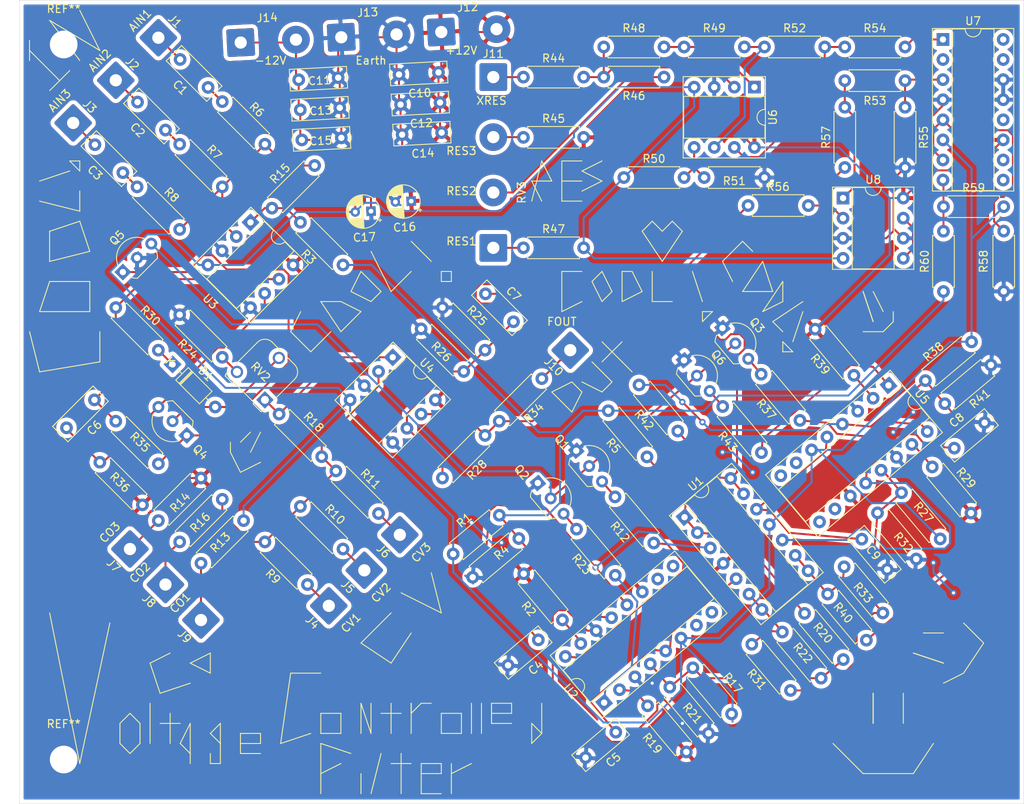
<source format=kicad_pcb>
(kicad_pcb (version 20171130) (host pcbnew "(5.1.2-1)-1")
  (layers (0 F.Cu signal) (31 B.Cu signal) (34 B.Paste user hide) (35 F.Paste user hide) (36 B.SilkS user hide) (37 F.SilkS user) (38 B.Mask user hide) (39 F.Mask user hide) (44 Edge.Cuts user))
  (net 0 "")
  (net 1 "Net-(C1-Pad1)")
  (net 2 "Net-(C1-Pad2)")
  (net 3 "Net-(C2-Pad1)")
  (net 4 "Net-(C2-Pad2)")
  (net 5 "Net-(C3-Pad2)")
  (net 6 "Net-(C3-Pad1)")
  (net 7 Earth)
  (net 8 "Net-(C4-Pad1)")
  (net 9 "Net-(C5-Pad1)")
  (net 10 "Net-(C6-Pad1)")
  (net 11 "Net-(C6-Pad2)")
  (net 12 "Net-(C7-Pad2)")
  (net 13 "Net-(C7-Pad1)")
  (net 14 "Net-(C8-Pad1)")
  (net 15 "Net-(C9-Pad1)")
  (net 16 +12V)
  (net 17 -12V)
  (net 18 "Net-(D1-Pad1)")
  (net 19 "Net-(D1-Pad2)")
  (net 20 "Net-(J4-Pad1)")
  (net 21 "Net-(J5-Pad1)")
  (net 22 "Net-(J6-Pad1)")
  (net 23 "Net-(J7-Pad1)")
  (net 24 "Net-(J8-Pad1)")
  (net 25 "Net-(J9-Pad1)")
  (net 26 "Net-(J10-Pad1)")
  (net 27 "Net-(J11-Pad1)")
  (net 28 "Net-(Q1-Pad3)")
  (net 29 "Net-(Q1-Pad2)")
  (net 30 "Net-(Q2-Pad3)")
  (net 31 "Net-(Q3-Pad3)")
  (net 32 "Net-(Q4-Pad1)")
  (net 33 "Net-(Q6-Pad3)")
  (net 34 RB)
  (net 35 "Net-(R2-Pad1)")
  (net 36 "Net-(R15-Pad1)")
  (net 37 "Net-(R20-Pad2)")
  (net 38 "Net-(R15-Pad2)")
  (net 39 "Net-(R10-Pad1)")
  (net 40 "Net-(R12-Pad1)")
  (net 41 "Net-(R17-Pad2)")
  (net 42 "Net-(R18-Pad1)")
  (net 43 "Net-(R19-Pad1)")
  (net 44 "Net-(R22-Pad1)")
  (net 45 "Net-(R23-Pad1)")
  (net 46 RA)
  (net 47 "Net-(R46-Pad1)")
  (net 48 "Net-(R47-Pad1)")
  (net 49 "Net-(R49-Pad2)")
  (net 50 "Net-(R50-Pad2)")
  (net 51 "Net-(R53-Pad2)")
  (net 52 "Net-(R54-Pad2)")
  (net 53 "Net-(R59-Pad1)")
  (net 54 "Net-(U2-Pad8)")
  (net 55 "Net-(U2-Pad7)")
  (net 56 "Net-(U2-Pad10)")
  (net 57 "Net-(U2-Pad9)")
  (net 58 "Net-(U5-Pad9)")
  (net 59 "Net-(U5-Pad10)")
  (net 60 "Net-(U5-Pad7)")
  (net 61 "Net-(U5-Pad8)")
  (net 62 "Net-(U7-Pad9)")
  (net 63 "Net-(U7-Pad2)")
  (net 64 "Net-(U7-Pad10)")
  (net 65 "Net-(U7-Pad12)")
  (net 66 "Net-(U7-Pad15)")
  (net 67 "Net-(U7-Pad16)")
  (net 68 "Net-(U8-Pad5)")
  (net 69 "Net-(R24-Pad1)")
  (net 70 "Net-(R27-Pad2)")
  (net 71 "Net-(R29-Pad1)")
  (net 72 "Net-(R33-Pad1)")
  (net 73 "Net-(R37-Pad1)")
  (net 74 "Net-(R38-Pad2)")
  (net 75 "Net-(R39-Pad1)")
  (net 76 "Net-(R43-Pad1)")
  (net 77 "Net-(R44-Pad2)")
  (net 78 "Net-(R45-Pad1)")
  (net 79 "Net-(R48-Pad2)")
  (net 80 "Net-(R52-Pad2)")
  (net 81 "Net-(R53-Pad1)")
  (net 82 "Net-(R56-Pad2)")
  (net 83 "Net-(R58-Pad1)")
  (module MountingHole:MountingHole_3.5mm (layer F.Cu) (at 18.288 108.712)
    (fp_text reference REF** (at 0 -4.5) (layer F.SilkS))
    (fp_text value MountingHole_3.5mm)
    (pad 1 np_thru_hole circle (at 0 0) (size 3.5 3.5) (drill 3.5) (layers *.Cu *.Mask))
  )
  (module MountingHole:MountingHole_3.5mm (layer F.Cu) (at 18.288 18.288)
    (fp_text reference REF** (at 0 -4.5) (layer F.SilkS))
    (fp_text value MountingHole_3.5mm)
    (pad 1 np_thru_hole circle (at 0 0) (size 3.5 3.5) (drill 3.5) (layers *.Cu *.Mask))
  )
  (module Capacitor_THT:C_Rect_L7.0mm_W2.5mm_P5.00mm (layer F.Cu) (at 36.548281 23.72064 135)
    (fp_text reference C1 (at 2.5 -2.5 135) (layer F.SilkS))
    (fp_text value 0.1uF)
    (pad 1 thru_hole circle (at 0 0 135) (size 1.6 1.6) (drill 0.8) (layers *.Cu *.Mask) (net 1 "Net-(C1-Pad1)"))
    (pad 2 thru_hole circle (at 5 0 135) (size 1.6 1.6) (drill 0.8) (layers *.Cu *.Mask) (net 2 "Net-(C1-Pad2)"))
  )
  (module Capacitor_THT:C_Rect_L7.0mm_W2.5mm_P5.00mm (layer F.Cu) (at 31.160128 29.108795 135)
    (fp_text reference C2 (at 2.5 -2.5 135) (layer F.SilkS))
    (fp_text value 0.1uF)
    (pad 1 thru_hole circle (at 0 0 135) (size 1.6 1.6) (drill 0.8) (layers *.Cu *.Mask) (net 3 "Net-(C2-Pad1)"))
    (pad 2 thru_hole circle (at 5 0 135) (size 1.6 1.6) (drill 0.8) (layers *.Cu *.Mask) (net 4 "Net-(C2-Pad2)"))
  )
  (module Capacitor_THT:C_Rect_L7.0mm_W2.5mm_P5.00mm (layer F.Cu) (at 25.771974 34.496948 135)
    (fp_text reference C3 (at 2.5 -2.5 135) (layer F.SilkS))
    (fp_text value 0.1uF)
    (pad 2 thru_hole circle (at 5 0 135) (size 1.6 1.6) (drill 0.8) (layers *.Cu *.Mask) (net 5 "Net-(C3-Pad2)"))
    (pad 1 thru_hole circle (at 0 0 135) (size 1.6 1.6) (drill 0.8) (layers *.Cu *.Mask) (net 6 "Net-(C3-Pad1)"))
  )
  (module Capacitor_THT:C_Rect_L7.0mm_W2.5mm_P5.00mm (layer F.Cu) (at 78.308527 93.578346 220)
    (fp_text reference C4 (at 2.5 -2.5 40) (layer F.SilkS))
    (fp_text value 100pF)
    (pad 1 thru_hole circle (at 0 0 220) (size 1.6 1.6) (drill 0.8) (layers *.Cu *.Mask) (net 8 "Net-(C4-Pad1)"))
    (pad 2 thru_hole circle (at 5 0 220) (size 1.6 1.6) (drill 0.8) (layers *.Cu *.Mask) (net 7 Earth))
  )
  (module Capacitor_THT:C_Rect_L7.0mm_W2.5mm_P5.00mm (layer F.Cu) (at 88.104601 105.252865 220)
    (fp_text reference C5 (at 2.5 -2.5 40) (layer F.SilkS))
    (fp_text value 100pF)
    (pad 2 thru_hole circle (at 5 0 220) (size 1.6 1.6) (drill 0.8) (layers *.Cu *.Mask) (net 7 Earth))
    (pad 1 thru_hole circle (at 0 0 220) (size 1.6 1.6) (drill 0.8) (layers *.Cu *.Mask) (net 9 "Net-(C5-Pad1)"))
  )
  (module Capacitor_THT:C_Rect_L7.0mm_W2.5mm_P5.00mm (layer F.Cu) (at 22.179872 63.233768 225)
    (fp_text reference C6 (at 2.5 -2.5 45) (layer F.SilkS))
    (fp_text value 100pF)
    (pad 1 thru_hole circle (at 0 0 225) (size 1.6 1.6) (drill 0.8) (layers *.Cu *.Mask) (net 10 "Net-(C6-Pad1)"))
    (pad 2 thru_hole circle (at 5 0 225) (size 1.6 1.6) (drill 0.8) (layers *.Cu *.Mask) (net 11 "Net-(C6-Pad2)"))
  )
  (module Capacitor_THT:C_Rect_L7.0mm_W2.5mm_P5.00mm (layer F.Cu) (at 71.627849 49.819952 315)
    (fp_text reference C7 (at 2.5 -2.5 135) (layer F.SilkS))
    (fp_text value 0.1uF)
    (pad 2 thru_hole circle (at 5 0 315) (size 1.6 1.6) (drill 0.8) (layers *.Cu *.Mask) (net 12 "Net-(C7-Pad2)"))
    (pad 1 thru_hole circle (at 0 0 315) (size 1.6 1.6) (drill 0.8) (layers *.Cu *.Mask) (net 13 "Net-(C7-Pad1)"))
  )
  (module Capacitor_THT:C_Rect_L7.0mm_W2.5mm_P5.00mm (layer F.Cu) (at 130.911173 69.333891 40)
    (fp_text reference C8 (at 2.5 -2.5 40) (layer F.SilkS))
    (fp_text value 100pF)
    (pad 1 thru_hole circle (at 0 0 40) (size 1.6 1.6) (drill 0.8) (layers *.Cu *.Mask) (net 14 "Net-(C8-Pad1)"))
    (pad 2 thru_hole circle (at 5 0 40) (size 1.6 1.6) (drill 0.8) (layers *.Cu *.Mask) (net 7 Earth))
  )
  (module Capacitor_THT:C_Rect_L7.0mm_W2.5mm_P5.00mm (layer F.Cu) (at 119.210432 80.845567 310)
    (fp_text reference C9 (at 2.231008 -0.007185 130) (layer F.SilkS))
    (fp_text value 100pF)
    (pad 2 thru_hole circle (at 5 0 310) (size 1.6 1.6) (drill 0.8) (layers *.Cu *.Mask) (net 7 Earth))
    (pad 1 thru_hole circle (at 0 0 310) (size 1.6 1.6) (drill 0.8) (layers *.Cu *.Mask) (net 15 "Net-(C9-Pad1)"))
  )
  (module Capacitor_THT:C_Rect_L7.0mm_W2.5mm_P5.00mm (layer F.Cu) (at 65.682372 21.823438 183)
    (fp_text reference C10 (at 2.5 -2.5 3) (layer F.SilkS))
    (fp_text value 0.1uF)
    (pad 1 thru_hole circle (at 0 0 183) (size 1.6 1.6) (drill 0.8) (layers *.Cu *.Mask) (net 16 +12V))
    (pad 2 thru_hole circle (at 5 0 183) (size 1.6 1.6) (drill 0.8) (layers *.Cu *.Mask) (net 7 Earth))
  )
  (module Capacitor_THT:C_Rect_L7.0mm_W2.5mm_P5.00mm (layer F.Cu) (at 52.999776 22.488104 183)
    (fp_text reference C11 (at 2.381955 -0.247573 3) (layer F.SilkS))
    (fp_text value 0.1uF)
    (pad 2 thru_hole circle (at 5 0 183) (size 1.6 1.6) (drill 0.8) (layers *.Cu *.Mask) (net 17 -12V))
    (pad 1 thru_hole circle (at 0 0 183) (size 1.6 1.6) (drill 0.8) (layers *.Cu *.Mask) (net 7 Earth))
  )
  (module Capacitor_THT:C_Rect_L7.0mm_W2.5mm_P5.00mm (layer F.Cu) (at 65.881771 25.628216 183)
    (fp_text reference C12 (at 2.5 -2.5 3) (layer F.SilkS))
    (fp_text value 0.1uF)
    (pad 2 thru_hole circle (at 5 0 183) (size 1.6 1.6) (drill 0.8) (layers *.Cu *.Mask) (net 7 Earth))
    (pad 1 thru_hole circle (at 0 0 183) (size 1.6 1.6) (drill 0.8) (layers *.Cu *.Mask) (net 16 +12V))
  )
  (module Capacitor_THT:C_Rect_L7.0mm_W2.5mm_P5.00mm (layer F.Cu) (at 53.199176 26.292882 183)
    (fp_text reference C13 (at 2.415625 -0.251038 3) (layer F.SilkS))
    (fp_text value 0.1uF)
    (pad 2 thru_hole circle (at 5 0 183) (size 1.6 1.6) (drill 0.8) (layers *.Cu *.Mask) (net 17 -12V))
    (pad 1 thru_hole circle (at 0 0 183) (size 1.6 1.6) (drill 0.8) (layers *.Cu *.Mask) (net 7 Earth))
  )
  (module Capacitor_THT:C_Rect_L7.0mm_W2.5mm_P5.00mm (layer F.Cu) (at 66.081171 29.432995 183)
    (fp_text reference C14 (at 2.5 -2.5 3) (layer F.SilkS))
    (fp_text value 0.1uF)
    (pad 1 thru_hole circle (at 0 0 183) (size 1.6 1.6) (drill 0.8) (layers *.Cu *.Mask) (net 16 +12V))
    (pad 2 thru_hole circle (at 5 0 183) (size 1.6 1.6) (drill 0.8) (layers *.Cu *.Mask) (net 7 Earth))
  )
  (module Capacitor_THT:C_Rect_L7.0mm_W2.5mm_P5.00mm (layer F.Cu) (at 53.398576 30.097661 183)
    (fp_text reference C15 (at 2.615025 -0.245816 3) (layer F.SilkS))
    (fp_text value 0.1uF)
    (pad 1 thru_hole circle (at 0 0 183) (size 1.6 1.6) (drill 0.8) (layers *.Cu *.Mask) (net 7 Earth))
    (pad 2 thru_hole circle (at 5 0 183) (size 1.6 1.6) (drill 0.8) (layers *.Cu *.Mask) (net 17 -12V))
  )
  (module Capacitor_THT:CP_Radial_D4.0mm_P2.00mm (layer F.Cu) (at 62.23 38.1 183)
    (fp_text reference C16 (at 1 -3.25 3) (layer F.SilkS))
    (fp_text value 10uF)
    (pad 1 thru_hole rect (at 0 0 183) (size 1.2 1.2) (drill 0.6) (layers *.Cu *.Mask) (net 16 +12V))
    (pad 2 thru_hole circle (at 2 0 183) (size 1.2 1.2) (drill 0.6) (layers *.Cu *.Mask) (net 7 Earth))
  )
  (module Capacitor_THT:CP_Radial_D4.0mm_P2.00mm (layer F.Cu) (at 57.15 39.37 183)
    (fp_text reference C17 (at 1 -3.25 3) (layer F.SilkS))
    (fp_text value 10uF)
    (pad 2 thru_hole circle (at 2 0 183) (size 1.2 1.2) (drill 0.6) (layers *.Cu *.Mask) (net 17 -12V))
    (pad 1 thru_hole rect (at 0 0 183) (size 1.2 1.2) (drill 0.6) (layers *.Cu *.Mask) (net 7 Earth))
  )
  (module Diode_THT:D_DO-35_SOD27_P7.62mm_Horizontal (layer F.Cu) (at 32.058153 58.743639 315)
    (fp_text reference D1 (at 3.81 -2.12 135) (layer F.SilkS))
    (fp_text value 1N914)
    (fp_text user K (at -0.446744 -0.01095 135) (layer F.SilkS))
    (pad 1 thru_hole rect (at 0 0 315) (size 1.6 1.6) (drill 0.8) (layers *.Cu *.Mask) (net 18 "Net-(D1-Pad1)"))
    (pad 2 thru_hole oval (at 7.62 0 315) (size 1.6 1.6) (drill 0.8) (layers *.Cu *.Mask) (net 19 "Net-(D1-Pad2)"))
  )
  (module Connector_Wire:SolderWire-0.75sqmm_1x01_D1.25mm_OD3.5mm (layer F.Cu) (at 30.262102 17.434461 315)
    (fp_text reference J1 (at 0 -2.95 135) (layer F.SilkS))
    (fp_text value AIN1)
    (pad 1 thru_hole roundrect (at 0 0 315) (size 3.5 3.5) (drill 1.55) (layers *.Cu *.Mask) (roundrect_rratio 0.07142900000000001) (net 2 "Net-(C1-Pad2)"))
  )
  (module Connector_Wire:SolderWire-0.75sqmm_1x01_D1.25mm_OD3.5mm (layer F.Cu) (at 24.873948 22.822615 315)
    (fp_text reference J2 (at 0 -2.95 135) (layer F.SilkS))
    (fp_text value AIN2)
    (pad 1 thru_hole roundrect (at 0 0 315) (size 3.5 3.5) (drill 1.55) (layers *.Cu *.Mask) (roundrect_rratio 0.07142900000000001) (net 4 "Net-(C2-Pad2)"))
  )
  (module Connector_Wire:SolderWire-0.75sqmm_1x01_D1.25mm_OD3.5mm (layer F.Cu) (at 19.485795 28.210768 315)
    (fp_text reference J3 (at 0 -2.95 135) (layer F.SilkS))
    (fp_text value AIN3)
    (pad 1 thru_hole roundrect (at 0 0 315) (size 3.5 3.5) (drill 1.55) (layers *.Cu *.Mask) (roundrect_rratio 0.07142900000000001) (net 5 "Net-(C3-Pad2)"))
  )
  (module Connector_Wire:SolderWire-0.75sqmm_1x01_D1.25mm_OD3.5mm (layer F.Cu) (at 51.814717 89.276511 135)
    (fp_text reference J4 (at 0 -2.95 135) (layer F.SilkS))
    (fp_text value CV1)
    (pad 1 thru_hole roundrect (at 0 0 135) (size 3.5 3.5) (drill 1.55) (layers *.Cu *.Mask) (roundrect_rratio 0.07142900000000001) (net 20 "Net-(J4-Pad1)"))
  )
  (module Connector_Wire:SolderWire-0.75sqmm_1x01_D1.25mm_OD3.5mm (layer F.Cu) (at 56.304846 84.786383 135)
    (fp_text reference J5 (at 0 -2.95 135) (layer F.SilkS))
    (fp_text value CV2)
    (pad 1 thru_hole roundrect (at 0 0 135) (size 3.5 3.5) (drill 1.55) (layers *.Cu *.Mask) (roundrect_rratio 0.07142900000000001) (net 21 "Net-(J5-Pad1)"))
  )
  (module Connector_Wire:SolderWire-0.75sqmm_1x01_D1.25mm_OD3.5mm (layer F.Cu) (at 60.794974 80.296253 135)
    (fp_text reference J6 (at 0 -2.95 135) (layer F.SilkS))
    (fp_text value CV3)
    (pad 1 thru_hole roundrect (at 0 0 135) (size 3.5 3.5) (drill 1.55) (layers *.Cu *.Mask) (roundrect_rratio 0.07142900000000001) (net 22 "Net-(J6-Pad1)"))
  )
  (module Connector_Wire:SolderWire-0.75sqmm_1x01_D1.25mm_OD3.5mm (layer F.Cu) (at 26.67 82.092306 135)
    (fp_text reference J7 (at 0 -2.95 135) (layer F.SilkS))
    (fp_text value CO3)
    (pad 1 thru_hole roundrect (at 0 0 135) (size 3.5 3.5) (drill 1.55) (layers *.Cu *.Mask) (roundrect_rratio 0.07142900000000001) (net 23 "Net-(J7-Pad1)"))
  )
  (module Connector_Wire:SolderWire-0.75sqmm_1x01_D1.25mm_OD3.5mm (layer F.Cu) (at 31.160128 86.582434 135)
    (fp_text reference J8 (at 0 -2.95 135) (layer F.SilkS))
    (fp_text value CO2)
    (pad 1 thru_hole roundrect (at 0 0 135) (size 3.5 3.5) (drill 1.55) (layers *.Cu *.Mask) (roundrect_rratio 0.07142900000000001) (net 24 "Net-(J8-Pad1)"))
  )
  (module Connector_Wire:SolderWire-0.75sqmm_1x01_D1.25mm_OD3.5mm (layer F.Cu) (at 35.650256 91.072562 135)
    (fp_text reference J9 (at 0 -2.95 135) (layer F.SilkS))
    (fp_text value C01)
    (pad 1 thru_hole roundrect (at 0 0 135) (size 3.5 3.5) (drill 1.55) (layers *.Cu *.Mask) (roundrect_rratio 0.07142900000000001) (net 25 "Net-(J9-Pad1)"))
  )
  (module Connector_Wire:SolderWire-0.75sqmm_1x01_D1.25mm_OD3.5mm (layer F.Cu) (at 82.347588 56.947589 135)
    (fp_text reference J10 (at 0 -2.95 135) (layer F.SilkS))
    (fp_text value FOUT)
    (pad 1 thru_hole roundrect (at 0 0 135) (size 3.5 3.5) (drill 1.55) (layers *.Cu *.Mask) (roundrect_rratio 0.07142900000000001) (net 26 "Net-(J10-Pad1)"))
  )
  (module Connector_Wire:SolderWire-0.75sqmm_1x01_D1.25mm_OD3.5mm (layer F.Cu) (at 72.612994 22.416494)
    (fp_text reference J11 (at 0 -2.95) (layer F.SilkS))
    (fp_text value XRES)
    (pad 1 thru_hole roundrect (at 0 0) (size 3.5 3.5) (drill 1.55) (layers *.Cu *.Mask) (roundrect_rratio 0.07142900000000001) (net 27 "Net-(J11-Pad1)"))
  )
  (module Connector_Wire:SolderWire-0.75sqmm_1x02_P7mm_D1.25mm_OD3.5mm (layer F.Cu) (at 66.035654 16.717951 3)
    (fp_text reference J12 (at 3.5 -2.95 3) (layer F.SilkS))
    (fp_text value +12V)
    (pad 1 thru_hole roundrect (at 0 0 3) (size 3.5 3.5) (drill 1.55) (layers *.Cu *.Mask) (roundrect_rratio 0.07142900000000001) (net 16 +12V))
    (pad 2 thru_hole circle (at 7 0 3) (size 3.5 3.5) (drill 1.55) (layers *.Cu *.Mask) (net 16 +12V))
  )
  (module Connector_Wire:SolderWire-0.75sqmm_1x02_P7mm_D1.25mm_OD3.5mm (layer F.Cu) (at 53.388012 17.380785 3)
    (fp_text reference J13 (at 3.5 -2.95 3) (layer F.SilkS))
    (fp_text value GND)
    (pad 2 thru_hole circle (at 7 0 3) (size 3.5 3.5) (drill 1.55) (layers *.Cu *.Mask) (net 7 Earth))
    (pad 1 thru_hole roundrect (at 0 0 3) (size 3.5 3.5) (drill 1.55) (layers *.Cu *.Mask) (roundrect_rratio 0.07142900000000001) (net 7 Earth))
  )
  (module Connector_Wire:SolderWire-0.75sqmm_1x02_P7mm_D1.25mm_OD3.5mm (layer F.Cu) (at 40.670464 18.047284 3)
    (fp_text reference J14 (at 3.5 -2.95 3) (layer F.SilkS))
    (fp_text value -12V)
    (pad 1 thru_hole roundrect (at 0 0 3) (size 3.5 3.5) (drill 1.55) (layers *.Cu *.Mask) (roundrect_rratio 0.07142900000000001) (net 17 -12V))
    (pad 2 thru_hole circle (at 7 0 3) (size 3.5 3.5) (drill 1.55) (layers *.Cu *.Mask) (net 17 -12V))
  )
  (module Package_TO_SOT_THT:TO-92_Inline_Wide (layer F.Cu) (at 83.105586 69.658732 310)
    (fp_text reference Q1 (at -1.999821 0.705084 130) (layer F.SilkS))
    (fp_text value 2N3906)
    (pad 2 thru_hole circle (at 2.54 0 310) (size 1.5 1.5) (drill 0.8) (layers *.Cu *.Mask) (net 29 "Net-(Q1-Pad2)"))
    (pad 3 thru_hole circle (at 5.08 0 310) (size 1.5 1.5) (drill 0.8) (layers *.Cu *.Mask) (net 28 "Net-(Q1-Pad3)"))
    (pad 1 thru_hole rect (at 0 0 310) (size 1.5 1.5) (drill 0.8) (layers *.Cu *.Mask) (net 7 Earth))
  )
  (module Package_TO_SOT_THT:TO-92_Inline_Wide (layer F.Cu) (at 78.241204 73.740431 310)
    (fp_text reference Q2 (at -2.346551 0.695613 130) (layer F.SilkS))
    (fp_text value 2N3906)
    (pad 1 thru_hole rect (at 0 0 310) (size 1.5 1.5) (drill 0.8) (layers *.Cu *.Mask) (net 7 Earth))
    (pad 3 thru_hole circle (at 5.08 0 310) (size 1.5 1.5) (drill 0.8) (layers *.Cu *.Mask) (net 30 "Net-(Q2-Pad3)"))
    (pad 2 thru_hole circle (at 2.54 0 310) (size 1.5 1.5) (drill 0.8) (layers *.Cu *.Mask) (net 29 "Net-(Q1-Pad2)"))
  )
  (module Package_TO_SOT_THT:TO-92_Inline_Wide (layer F.Cu) (at 101.590242 54.148261 310)
    (fp_text reference Q3 (at 2.54 -3.56 130) (layer F.SilkS))
    (fp_text value 2N3906)
    (pad 2 thru_hole circle (at 2.54 0 310) (size 1.5 1.5) (drill 0.8) (layers *.Cu *.Mask) (net 29 "Net-(Q1-Pad2)"))
    (pad 3 thru_hole circle (at 5.08 0 310) (size 1.5 1.5) (drill 0.8) (layers *.Cu *.Mask) (net 31 "Net-(Q3-Pad3)"))
    (pad 1 thru_hole rect (at 0 0 310) (size 1.5 1.5) (drill 0.8) (layers *.Cu *.Mask) (net 7 Earth))
  )
  (module Package_TO_SOT_THT:TO-92_Inline_Wide (layer F.Cu) (at 33.854205 67.723896 135)
    (fp_text reference Q4 (at -2.709562 -0.297203 135) (layer F.SilkS))
    (fp_text value 2N3904)
    (pad 2 thru_hole circle (at 2.54 0 135) (size 1.5 1.5) (drill 0.8) (layers *.Cu *.Mask) (net 19 "Net-(D1-Pad2)"))
    (pad 3 thru_hole circle (at 5.08 0 135) (size 1.5 1.5) (drill 0.8) (layers *.Cu *.Mask) (net 11 "Net-(C6-Pad2)"))
    (pad 1 thru_hole rect (at 0 0 135) (size 1.5 1.5) (drill 0.8) (layers *.Cu *.Mask) (net 32 "Net-(Q4-Pad1)"))
  )
  (module Package_TO_SOT_THT:TO-92_Inline_Wide (layer F.Cu) (at 25.771974 47.069306 45)
    (fp_text reference Q5 (at 2.54 -3.56 45) (layer F.SilkS))
    (fp_text value 2N3904)
    (pad 2 thru_hole circle (at 2.54 0 45) (size 1.5 1.5) (drill 0.8) (layers *.Cu *.Mask) (net 7 Earth))
    (pad 3 thru_hole circle (at 5.08 0 45) (size 1.5 1.5) (drill 0.8) (layers *.Cu *.Mask) (net 29 "Net-(Q1-Pad2)"))
    (pad 1 thru_hole rect (at 0 0 45) (size 1.5 1.5) (drill 0.8) (layers *.Cu *.Mask) (net 32 "Net-(Q4-Pad1)"))
  )
  (module Package_TO_SOT_THT:TO-92_Inline_Wide (layer F.Cu) (at 96.725857 58.229965 310)
    (fp_text reference Q6 (at 2.54 -3.56 130) (layer F.SilkS))
    (fp_text value 2N3906)
    (pad 2 thru_hole circle (at 2.54 0 310) (size 1.5 1.5) (drill 0.8) (layers *.Cu *.Mask) (net 29 "Net-(Q1-Pad2)"))
    (pad 3 thru_hole circle (at 5.08 0 310) (size 1.5 1.5) (drill 0.8) (layers *.Cu *.Mask) (net 33 "Net-(Q6-Pad3)"))
    (pad 1 thru_hole rect (at 0 0 310) (size 1.5 1.5) (drill 0.8) (layers *.Cu *.Mask) (net 7 Earth))
  )
  (module Resistor_THT:R_Axial_DIN0207_L6.3mm_D2.5mm_P7.62mm_Horizontal (layer F.Cu) (at 67.539561 82.720174 40)
    (fp_text reference R1 (at 3.81 -2.37 40) (layer F.SilkS))
    (fp_text value 39K)
    (pad 2 thru_hole oval (at 7.62 0 40) (size 1.6 1.6) (drill 0.8) (layers *.Cu *.Mask) (net 34 RB))
    (pad 1 thru_hole circle (at 0 0 40) (size 1.6 1.6) (drill 0.8) (layers *.Cu *.Mask) (net 17 -12V))
  )
  (module Resistor_THT:R_Axial_DIN0207_L6.3mm_D2.5mm_P7.62mm_Horizontal (layer F.Cu) (at 81.35747 91.055698 130)
    (fp_text reference R2 (at 3.81 -2.37 130) (layer F.SilkS))
    (fp_text value 20K)
    (pad 1 thru_hole circle (at 0 0 130) (size 1.6 1.6) (drill 0.8) (layers *.Cu *.Mask) (net 35 "Net-(R2-Pad1)"))
    (pad 2 thru_hole oval (at 7.62 0 130) (size 1.6 1.6) (drill 0.8) (layers *.Cu *.Mask) (net 16 +12V))
  )
  (module Resistor_THT:R_Axial_DIN0207_L6.3mm_D2.5mm_P7.62mm_Horizontal (layer F.Cu) (at 53.610768 46.171281 135)
    (fp_text reference R3 (at 3.81 -2.37 135) (layer F.SilkS))
    (fp_text value 100K)
    (pad 1 thru_hole circle (at 0 0 135) (size 1.6 1.6) (drill 0.8) (layers *.Cu *.Mask) (net 34 RB))
    (pad 2 thru_hole oval (at 7.62 0 135) (size 1.6 1.6) (drill 0.8) (layers *.Cu *.Mask) (net 36 "Net-(R15-Pad1)"))
  )
  (module Resistor_THT:R_Axial_DIN0207_L6.3mm_D2.5mm_P7.62mm_Horizontal (layer F.Cu) (at 70.006174 85.659762 40)
    (fp_text reference R4 (at 4.79791 -0.033582 40) (layer F.SilkS))
    (fp_text value 100)
    (pad 2 thru_hole oval (at 7.62 0 40) (size 1.6 1.6) (drill 0.8) (layers *.Cu *.Mask) (net 34 RB))
    (pad 1 thru_hole circle (at 0 0 40) (size 1.6 1.6) (drill 0.8) (layers *.Cu *.Mask) (net 7 Earth))
  )
  (module Resistor_THT:R_Axial_DIN0207_L6.3mm_D2.5mm_P7.62mm_Horizontal (layer F.Cu) (at 92.051665 70.441412 130)
    (fp_text reference R5 (at 3.81 -2.37 130) (layer F.SilkS))
    (fp_text value 100K)
    (pad 2 thru_hole oval (at 7.62 0 130) (size 1.6 1.6) (drill 0.8) (layers *.Cu *.Mask) (net 34 RB))
    (pad 1 thru_hole circle (at 0 0 130) (size 1.6 1.6) (drill 0.8) (layers *.Cu *.Mask) (net 37 "Net-(R20-Pad2)"))
  )
  (module Resistor_THT:R_Axial_DIN0207_L6.3mm_D2.5mm_P7.62mm_Horizontal (layer F.Cu) (at 38.344333 25.516691 315)
    (fp_text reference R6 (at 3.81 -2.37 135) (layer F.SilkS))
    (fp_text value 1M)
    (pad 2 thru_hole oval (at 7.62 0 315) (size 1.6 1.6) (drill 0.8) (layers *.Cu *.Mask) (net 38 "Net-(R15-Pad2)"))
    (pad 1 thru_hole circle (at 0 0 315) (size 1.6 1.6) (drill 0.8) (layers *.Cu *.Mask) (net 1 "Net-(C1-Pad1)"))
  )
  (module Resistor_THT:R_Axial_DIN0207_L6.3mm_D2.5mm_P7.62mm_Horizontal (layer F.Cu) (at 32.956179 30.904845 315)
    (fp_text reference R7 (at 3.81 -2.37 135) (layer F.SilkS))
    (fp_text value 1M)
    (pad 2 thru_hole oval (at 7.62 0 315) (size 1.6 1.6) (drill 0.8) (layers *.Cu *.Mask) (net 38 "Net-(R15-Pad2)"))
    (pad 1 thru_hole circle (at 0 0 315) (size 1.6 1.6) (drill 0.8) (layers *.Cu *.Mask) (net 3 "Net-(C2-Pad1)"))
  )
  (module Resistor_THT:R_Axial_DIN0207_L6.3mm_D2.5mm_P7.62mm_Horizontal (layer F.Cu) (at 27.568025 36.292999 315)
    (fp_text reference R8 (at 3.81 -2.37 135) (layer F.SilkS))
    (fp_text value 1M)
    (pad 2 thru_hole oval (at 7.62 0 315) (size 1.6 1.6) (drill 0.8) (layers *.Cu *.Mask) (net 38 "Net-(R15-Pad2)"))
    (pad 1 thru_hole circle (at 0 0 315) (size 1.6 1.6) (drill 0.8) (layers *.Cu *.Mask) (net 6 "Net-(C3-Pad1)"))
  )
  (module Resistor_THT:R_Axial_DIN0207_L6.3mm_D2.5mm_P7.62mm_Horizontal (layer F.Cu) (at 49.12064 86.582433 135)
    (fp_text reference R9 (at 3.81 -2.37 135) (layer F.SilkS))
    (fp_text value 100K)
    (pad 2 thru_hole oval (at 7.62 0 135) (size 1.6 1.6) (drill 0.8) (layers *.Cu *.Mask) (net 39 "Net-(R10-Pad1)"))
    (pad 1 thru_hole circle (at 0 0 135) (size 1.6 1.6) (drill 0.8) (layers *.Cu *.Mask) (net 20 "Net-(J4-Pad1)"))
  )
  (module Resistor_THT:R_Axial_DIN0207_L6.3mm_D2.5mm_P7.62mm_Horizontal (layer F.Cu) (at 48.222614 76.704151 315)
    (fp_text reference R10 (at 3.81 -2.37 135) (layer F.SilkS))
    (fp_text value 100K)
    (pad 1 thru_hole circle (at 0 0 315) (size 1.6 1.6) (drill 0.8) (layers *.Cu *.Mask) (net 39 "Net-(R10-Pad1)"))
    (pad 2 thru_hole oval (at 7.62 0 315) (size 1.6 1.6) (drill 0.8) (layers *.Cu *.Mask) (net 21 "Net-(J5-Pad1)"))
  )
  (module Resistor_THT:R_Axial_DIN0207_L6.3mm_D2.5mm_P7.62mm_Horizontal (layer F.Cu) (at 52.712742 72.214023 315)
    (fp_text reference R11 (at 3.81 -2.37 135) (layer F.SilkS))
    (fp_text value 100K)
    (pad 2 thru_hole oval (at 7.62 0 315) (size 1.6 1.6) (drill 0.8) (layers *.Cu *.Mask) (net 22 "Net-(J6-Pad1)"))
    (pad 1 thru_hole circle (at 0 0 315) (size 1.6 1.6) (drill 0.8) (layers *.Cu *.Mask) (net 39 "Net-(R10-Pad1)"))
  )
  (module Resistor_THT:R_Axial_DIN0207_L6.3mm_D2.5mm_P7.62mm_Horizontal (layer F.Cu) (at 92.901671 81.333247 130)
    (fp_text reference R12 (at 3.81 -2.37 130) (layer F.SilkS))
    (fp_text value 10K)
    (pad 2 thru_hole oval (at 7.62 0 130) (size 1.6 1.6) (drill 0.8) (layers *.Cu *.Mask) (net 28 "Net-(Q1-Pad3)"))
    (pad 1 thru_hole circle (at 0 0 130) (size 1.6 1.6) (drill 0.8) (layers *.Cu *.Mask) (net 40 "Net-(R12-Pad1)"))
  )
  (module Resistor_THT:R_Axial_DIN0207_L6.3mm_D2.5mm_P7.62mm_Horizontal (layer F.Cu) (at 41.03841 78.500202 225)
    (fp_text reference R13 (at 4.043384 0.112156 45) (layer F.SilkS))
    (fp_text value 39K)
    (pad 2 thru_hole oval (at 7.62 0 225) (size 1.6 1.6) (drill 0.8) (layers *.Cu *.Mask) (net 25 "Net-(J9-Pad1)"))
    (pad 1 thru_hole circle (at 0 0 225) (size 1.6 1.6) (drill 0.8) (layers *.Cu *.Mask) (net 17 -12V))
  )
  (module Resistor_THT:R_Axial_DIN0207_L6.3mm_D2.5mm_P7.62mm_Horizontal (layer F.Cu) (at 30.262102 78.500203 45)
    (fp_text reference R14 (at 3.576618 0.323639 45) (layer F.SilkS))
    (fp_text value 33K)
    (pad 1 thru_hole circle (at 0 0 45) (size 1.6 1.6) (drill 0.8) (layers *.Cu *.Mask) (net 23 "Net-(J7-Pad1)"))
    (pad 2 thru_hole oval (at 7.62 0 45) (size 1.6 1.6) (drill 0.8) (layers *.Cu *.Mask) (net 16 +12V))
  )
  (module Resistor_THT:R_Axial_DIN0207_L6.3mm_D2.5mm_P7.62mm_Horizontal (layer F.Cu) (at 44.630512 38.987076 45)
    (fp_text reference R15 (at 3.81 -2.37 45) (layer F.SilkS))
    (fp_text value 390K)
    (pad 1 thru_hole circle (at 0 0 45) (size 1.6 1.6) (drill 0.8) (layers *.Cu *.Mask) (net 36 "Net-(R15-Pad1)"))
    (pad 2 thru_hole oval (at 7.62 0 45) (size 1.6 1.6) (drill 0.8) (layers *.Cu *.Mask) (net 38 "Net-(R15-Pad2)"))
  )
  (module Resistor_THT:R_Axial_DIN0207_L6.3mm_D2.5mm_P7.62mm_Horizontal (layer F.Cu) (at 38.344333 75.806125 225)
    (fp_text reference R16 (at 4.043384 -0.105742 45) (layer F.SilkS))
    (fp_text value 100K)
    (pad 1 thru_hole circle (at 0 0 225) (size 1.6 1.6) (drill 0.8) (layers *.Cu *.Mask) (net 39 "Net-(R10-Pad1)"))
    (pad 2 thru_hole oval (at 7.62 0 225) (size 1.6 1.6) (drill 0.8) (layers *.Cu *.Mask) (net 24 "Net-(J8-Pad1)"))
  )
  (module Resistor_THT:R_Axial_DIN0207_L6.3mm_D2.5mm_P7.62mm_Horizontal (layer F.Cu) (at 102.749005 102.947681 130)
    (fp_text reference R17 (at 2.900362 2.591641 130) (layer F.SilkS))
    (fp_text value 39K)
    (pad 1 thru_hole circle (at 0 0 130) (size 1.6 1.6) (drill 0.8) (layers *.Cu *.Mask) (net 17 -12V))
    (pad 2 thru_hole oval (at 7.62 0 130) (size 1.6 1.6) (drill 0.8) (layers *.Cu *.Mask) (net 41 "Net-(R17-Pad2)"))
  )
  (module Resistor_THT:R_Axial_DIN0207_L6.3mm_D2.5mm_P7.62mm_Horizontal (layer F.Cu) (at 45.528539 65.029818 315)
    (fp_text reference R18 (at 3.81 -2.37 135) (layer F.SilkS))
    (fp_text value 2K)
    (pad 2 thru_hole oval (at 7.62 0 315) (size 1.6 1.6) (drill 0.8) (layers *.Cu *.Mask) (net 39 "Net-(R10-Pad1)"))
    (pad 1 thru_hole circle (at 0 0 315) (size 1.6 1.6) (drill 0.8) (layers *.Cu *.Mask) (net 42 "Net-(R18-Pad1)"))
  )
  (module Resistor_THT:R_Axial_DIN0207_L6.3mm_D2.5mm_P7.62mm_Horizontal (layer F.Cu) (at 92.126428 101.913878 310)
    (fp_text reference R19 (at 4.026174 2.616562 130) (layer F.SilkS))
    (fp_text value 20K)
    (pad 1 thru_hole circle (at 0 0 310) (size 1.6 1.6) (drill 0.8) (layers *.Cu *.Mask) (net 43 "Net-(R19-Pad1)"))
    (pad 2 thru_hole oval (at 7.62 0 310) (size 1.6 1.6) (drill 0.8) (layers *.Cu *.Mask) (net 16 +12V))
  )
  (module Resistor_THT:R_Axial_DIN0207_L6.3mm_D2.5mm_P7.62mm_Horizontal (layer F.Cu) (at 116.872544 96.070228 130)
    (fp_text reference R20 (at 4.227683 0.18923 130) (layer F.SilkS))
    (fp_text value 100K)
    (pad 1 thru_hole circle (at 0 0 130) (size 1.6 1.6) (drill 0.8) (layers *.Cu *.Mask) (net 41 "Net-(R17-Pad2)"))
    (pad 2 thru_hole oval (at 7.62 0 130) (size 1.6 1.6) (drill 0.8) (layers *.Cu *.Mask) (net 37 "Net-(R20-Pad2)"))
  )
  (module Resistor_THT:R_Axial_DIN0207_L6.3mm_D2.5mm_P7.62mm_Horizontal (layer F.Cu) (at 99.830373 105.396704 130)
    (fp_text reference R21 (at 3.247094 0.061118 130) (layer F.SilkS))
    (fp_text value 100)
    (pad 2 thru_hole oval (at 7.62 0 130) (size 1.6 1.6) (drill 0.8) (layers *.Cu *.Mask) (net 41 "Net-(R17-Pad2)"))
    (pad 1 thru_hole circle (at 0 0 130) (size 1.6 1.6) (drill 0.8) (layers *.Cu *.Mask) (net 7 Earth))
  )
  (module Resistor_THT:R_Axial_DIN0207_L6.3mm_D2.5mm_P7.62mm_Horizontal (layer F.Cu) (at 109.168597 92.5874 310)
    (fp_text reference R22 (at 3.705392 -0.273644 130) (layer F.SilkS))
    (fp_text value 100K)
    (pad 2 thru_hole oval (at 7.62 0 310) (size 1.6 1.6) (drill 0.8) (layers *.Cu *.Mask) (net 41 "Net-(R17-Pad2)"))
    (pad 1 thru_hole circle (at 0 0 310) (size 1.6 1.6) (drill 0.8) (layers *.Cu *.Mask) (net 44 "Net-(R22-Pad1)"))
  )
  (module Resistor_THT:R_Axial_DIN0207_L6.3mm_D2.5mm_P7.62mm_Horizontal (layer F.Cu) (at 88.037284 85.414952 130)
    (fp_text reference R23 (at 3.81 -2.37 130) (layer F.SilkS))
    (fp_text value 10K)
    (pad 2 thru_hole oval (at 7.62 0 130) (size 1.6 1.6) (drill 0.8) (layers *.Cu *.Mask) (net 30 "Net-(Q2-Pad3)"))
    (pad 1 thru_hole circle (at 0 0 130) (size 1.6 1.6) (drill 0.8) (layers *.Cu *.Mask) (net 45 "Net-(R23-Pad1)"))
  )
  (module Resistor_THT:R_Axial_DIN0207_L6.3mm_D2.5mm_P7.62mm_Horizontal (layer F.Cu) (at 38.344333 57.845613 135)
    (fp_text reference R24 (at 3.81 -2.37 135) (layer F.SilkS))
    (fp_text value 475)
    (pad 1 thru_hole circle (at 0 0 135) (size 1.6 1.6) (drill 0.8) (layers *.Cu *.Mask) (net 69 "Net-(R24-Pad1)"))
    (pad 2 thru_hole oval (at 7.62 0 135) (size 1.6 1.6) (drill 0.8) (layers *.Cu *.Mask) (net 7 Earth))
  )
  (module Resistor_THT:R_Axial_DIN0207_L6.3mm_D2.5mm_P7.62mm_Horizontal (layer F.Cu) (at 66.183127 51.559435 315)
    (fp_text reference R25 (at 3.81 -2.37 135) (layer F.SilkS))
    (fp_text value 4.7M)
    (pad 1 thru_hole circle (at 0 0 315) (size 1.6 1.6) (drill 0.8) (layers *.Cu *.Mask) (net 7 Earth))
    (pad 2 thru_hole oval (at 7.62 0 315) (size 1.6 1.6) (drill 0.8) (layers *.Cu *.Mask) (net 12 "Net-(C7-Pad2)"))
  )
  (module Resistor_THT:R_Axial_DIN0207_L6.3mm_D2.5mm_P7.62mm_Horizontal (layer F.Cu) (at 68.877203 59.641665 135)
    (fp_text reference R26 (at 3.768079 -0.244332 135) (layer F.SilkS))
    (fp_text value 100K)
    (pad 1 thru_hole circle (at 0 0 135) (size 1.6 1.6) (drill 0.8) (layers *.Cu *.Mask) (net 12 "Net-(C7-Pad2)"))
    (pad 2 thru_hole oval (at 7.62 0 135) (size 1.6 1.6) (drill 0.8) (layers *.Cu *.Mask) (net 7 Earth))
  )
  (module Resistor_THT:R_Axial_DIN0207_L6.3mm_D2.5mm_P7.62mm_Horizontal (layer F.Cu) (at 129.129395 80.811907 130)
    (fp_text reference R27 (at 3.928798 0.516925 130) (layer F.SilkS))
    (fp_text value 43K)
    (pad 1 thru_hole circle (at 0 0 130) (size 1.6 1.6) (drill 0.8) (layers *.Cu *.Mask) (net 17 -12V))
    (pad 2 thru_hole oval (at 7.62 0 130) (size 1.6 1.6) (drill 0.8) (layers *.Cu *.Mask) (net 70 "Net-(R27-Pad2)"))
  )
  (module Resistor_THT:R_Axial_DIN0207_L6.3mm_D2.5mm_P7.62mm_Horizontal (layer F.Cu) (at 71.57128 67.723895 225)
    (fp_text reference R28 (at 3.81 -2.37 45) (layer F.SilkS))
    (fp_text value 100K)
    (pad 2 thru_hole oval (at 7.62 0 225) (size 1.6 1.6) (drill 0.8) (layers *.Cu *.Mask) (net 12 "Net-(C7-Pad2)"))
    (pad 1 thru_hole circle (at 0 0 225) (size 1.6 1.6) (drill 0.8) (layers *.Cu *.Mask) (net 46 RA))
  )
  (module Resistor_THT:R_Axial_DIN0207_L6.3mm_D2.5mm_P7.62mm_Horizontal (layer F.Cu) (at 128.122854 71.709288 310)
    (fp_text reference R29 (at 3.81 -2.37 130) (layer F.SilkS))
    (fp_text value 20K)
    (pad 2 thru_hole oval (at 7.62 0 310) (size 1.6 1.6) (drill 0.8) (layers *.Cu *.Mask) (net 16 +12V))
    (pad 1 thru_hole circle (at 0 0 310) (size 1.6 1.6) (drill 0.8) (layers *.Cu *.Mask) (net 71 "Net-(R29-Pad1)"))
  )
  (module Resistor_THT:R_Axial_DIN0207_L6.3mm_D2.5mm_P7.62mm_Horizontal (layer F.Cu) (at 24.873948 51.559434 315)
    (fp_text reference R30 (at 3.81 -2.37 135) (layer F.SilkS))
    (fp_text value 47K)
    (pad 1 thru_hole circle (at 0 0 315) (size 1.6 1.6) (drill 0.8) (layers *.Cu *.Mask) (net 10 "Net-(C6-Pad1)"))
    (pad 2 thru_hole oval (at 7.62 0 315) (size 1.6 1.6) (drill 0.8) (layers *.Cu *.Mask) (net 18 "Net-(D1-Pad1)"))
  )
  (module Resistor_THT:R_Axial_DIN0207_L6.3mm_D2.5mm_P7.62mm_Horizontal (layer F.Cu) (at 110.201346 99.974431 130)
    (fp_text reference R31 (at 3.81 -2.37 130) (layer F.SilkS))
    (fp_text value 100K)
    (pad 2 thru_hole oval (at 7.62 0 130) (size 1.6 1.6) (drill 0.8) (layers *.Cu *.Mask) (net 44 "Net-(R22-Pad1)"))
    (pad 1 thru_hole circle (at 0 0 130) (size 1.6 1.6) (drill 0.8) (layers *.Cu *.Mask) (net 70 "Net-(R27-Pad2)"))
  )
  (module Resistor_THT:R_Axial_DIN0207_L6.3mm_D2.5mm_P7.62mm_Horizontal (layer F.Cu) (at 126.098034 83.355524 130)
    (fp_text reference R32 (at 2.642852 0.079314 130) (layer F.SilkS))
    (fp_text value 100)
    (pad 2 thru_hole oval (at 7.62 0 130) (size 1.6 1.6) (drill 0.8) (layers *.Cu *.Mask) (net 70 "Net-(R27-Pad2)"))
    (pad 1 thru_hole circle (at 0 0 130) (size 1.6 1.6) (drill 0.8) (layers *.Cu *.Mask) (net 7 Earth))
  )
  (module Resistor_THT:R_Axial_DIN0207_L6.3mm_D2.5mm_P7.62mm_Horizontal (layer F.Cu) (at 116.977824 84.34109 310)
    (fp_text reference R33 (at 4.06354 0.273897 130) (layer F.SilkS))
    (fp_text value 100K)
    (pad 2 thru_hole oval (at 7.62 0 310) (size 1.6 1.6) (drill 0.8) (layers *.Cu *.Mask) (net 70 "Net-(R27-Pad2)"))
    (pad 1 thru_hole circle (at 0 0 310) (size 1.6 1.6) (drill 0.8) (layers *.Cu *.Mask) (net 72 "Net-(R33-Pad1)"))
  )
  (module Resistor_THT:R_Axial_DIN0207_L6.3mm_D2.5mm_P7.62mm_Horizontal (layer F.Cu) (at 78.755485 60.53969 225)
    (fp_text reference R34 (at 3.81 -2.37 45) (layer F.SilkS))
    (fp_text value 2K)
    (pad 1 thru_hole circle (at 0 0 225) (size 1.6 1.6) (drill 0.8) (layers *.Cu *.Mask) (net 26 "Net-(J10-Pad1)"))
    (pad 2 thru_hole oval (at 7.62 0 225) (size 1.6 1.6) (drill 0.8) (layers *.Cu *.Mask) (net 46 RA))
  )
  (module Resistor_THT:R_Axial_DIN0207_L6.3mm_D2.5mm_P7.62mm_Horizontal (layer F.Cu) (at 30.262102 71.315998 135)
    (fp_text reference R35 (at 3.576617 0.292669 135) (layer F.SilkS))
    (fp_text value 10K)
    (pad 2 thru_hole oval (at 7.62 0 135) (size 1.6 1.6) (drill 0.8) (layers *.Cu *.Mask) (net 10 "Net-(C6-Pad1)"))
    (pad 1 thru_hole circle (at 0 0 135) (size 1.6 1.6) (drill 0.8) (layers *.Cu *.Mask) (net 32 "Net-(Q4-Pad1)"))
  )
  (module Resistor_THT:R_Axial_DIN0207_L6.3mm_D2.5mm_P7.62mm_Horizontal (layer F.Cu) (at 22.86 71.12 315)
    (fp_text reference R36 (at 3.592102 0 135) (layer F.SilkS))
    (fp_text value 1M)
    (pad 2 thru_hole oval (at 7.62 0 315) (size 1.6 1.6) (drill 0.8) (layers *.Cu *.Mask) (net 16 +12V))
    (pad 1 thru_hole circle (at 0 0 315) (size 1.6 1.6) (drill 0.8) (layers *.Cu *.Mask) (net 11 "Net-(C6-Pad2)"))
  )
  (module Resistor_THT:R_Axial_DIN0207_L6.3mm_D2.5mm_P7.62mm_Horizontal (layer F.Cu) (at 111.386321 65.822779 130)
    (fp_text reference R37 (at 3.81 -2.37 130) (layer F.SilkS))
    (fp_text value 10K)
    (pad 1 thru_hole circle (at 0 0 130) (size 1.6 1.6) (drill 0.8) (layers *.Cu *.Mask) (net 73 "Net-(R37-Pad1)"))
    (pad 2 thru_hole oval (at 7.62 0 130) (size 1.6 1.6) (drill 0.8) (layers *.Cu *.Mask) (net 31 "Net-(Q3-Pad3)"))
  )
  (module Resistor_THT:R_Axial_DIN0207_L6.3mm_D2.5mm_P7.62mm_Horizontal (layer F.Cu) (at 133.092525 55.898446 220)
    (fp_text reference R38 (at 4.498752 2.141113 40) (layer F.SilkS))
    (fp_text value 43K)
    (pad 1 thru_hole circle (at 0 0 220) (size 1.6 1.6) (drill 0.8) (layers *.Cu *.Mask) (net 17 -12V))
    (pad 2 thru_hole oval (at 7.62 0 220) (size 1.6 1.6) (drill 0.8) (layers *.Cu *.Mask) (net 74 "Net-(R38-Pad2)"))
  )
  (module Resistor_THT:R_Axial_DIN0207_L6.3mm_D2.5mm_P7.62mm_Horizontal (layer F.Cu) (at 118.214041 60.12936 130)
    (fp_text reference R39 (at 3.81 -2.37 130) (layer F.SilkS))
    (fp_text value 20K)
    (pad 2 thru_hole oval (at 7.62 0 130) (size 1.6 1.6) (drill 0.8) (layers *.Cu *.Mask) (net 16 +12V))
    (pad 1 thru_hole circle (at 0 0 130) (size 1.6 1.6) (drill 0.8) (layers *.Cu *.Mask) (net 75 "Net-(R39-Pad1)"))
  )
  (module Resistor_THT:R_Axial_DIN0207_L6.3mm_D2.5mm_P7.62mm_Horizontal (layer F.Cu) (at 119.791165 93.621213 130)
    (fp_text reference R40 (at 4.540755 -0.042327 130) (layer F.SilkS))
    (fp_text value 100K)
    (pad 1 thru_hole circle (at 0 0 130) (size 1.6 1.6) (drill 0.8) (layers *.Cu *.Mask) (net 74 "Net-(R38-Pad2)"))
    (pad 2 thru_hole oval (at 7.62 0 130) (size 1.6 1.6) (drill 0.8) (layers *.Cu *.Mask) (net 72 "Net-(R33-Pad1)"))
  )
  (module Resistor_THT:R_Axial_DIN0207_L6.3mm_D2.5mm_P7.62mm_Horizontal (layer F.Cu) (at 135.541548 58.817075 220)
    (fp_text reference R41 (at 3.81 -2.37 40) (layer F.SilkS))
    (fp_text value 100)
    (pad 1 thru_hole circle (at 0 0 220) (size 1.6 1.6) (drill 0.8) (layers *.Cu *.Mask) (net 7 Earth))
    (pad 2 thru_hole oval (at 7.62 0 220) (size 1.6 1.6) (drill 0.8) (layers *.Cu *.Mask) (net 74 "Net-(R38-Pad2)"))
  )
  (module Resistor_THT:R_Axial_DIN0207_L6.3mm_D2.5mm_P7.62mm_Horizontal (layer F.Cu) (at 95.943184 67.176056 130)
    (fp_text reference R42 (at 3.81 -2.37 130) (layer F.SilkS))
    (fp_text value 100K)
    (pad 2 thru_hole oval (at 7.62 0 130) (size 1.6 1.6) (drill 0.8) (layers *.Cu *.Mask) (net 74 "Net-(R38-Pad2)"))
    (pad 1 thru_hole circle (at 0 0 130) (size 1.6 1.6) (drill 0.8) (layers *.Cu *.Mask) (net 13 "Net-(C7-Pad1)"))
  )
  (module Resistor_THT:R_Axial_DIN0207_L6.3mm_D2.5mm_P7.62mm_Horizontal (layer F.Cu) (at 106.521938 69.904479 130)
    (fp_text reference R43 (at 3.81 -2.37 130) (layer F.SilkS))
    (fp_text value 10K)
    (pad 1 thru_hole circle (at 0 0 130) (size 1.6 1.6) (drill 0.8) (layers *.Cu *.Mask) (net 76 "Net-(R43-Pad1)"))
    (pad 2 thru_hole oval (at 7.62 0 130) (size 1.6 1.6) (drill 0.8) (layers *.Cu *.Mask) (net 33 "Net-(Q6-Pad3)"))
  )
  (module Resistor_THT:R_Axial_DIN0207_L6.3mm_D2.5mm_P7.62mm_Horizontal (layer F.Cu) (at 76.422995 22.416495)
    (fp_text reference R44 (at 3.81 -2.37) (layer F.SilkS))
    (fp_text value 100K)
    (pad 1 thru_hole circle (at 0 0) (size 1.6 1.6) (drill 0.8) (layers *.Cu *.Mask) (net 27 "Net-(J11-Pad1)"))
    (pad 2 thru_hole oval (at 7.62 0) (size 1.6 1.6) (drill 0.8) (layers *.Cu *.Mask) (net 77 "Net-(R44-Pad2)"))
  )
  (module Resistor_THT:R_Axial_DIN0207_L6.3mm_D2.5mm_P7.62mm_Horizontal (layer F.Cu) (at 76.422992 30.036494)
    (fp_text reference R45 (at 3.81 -2.37) (layer F.SilkS))
    (fp_text value 49.9K)
    (pad 2 thru_hole oval (at 7.62 0) (size 1.6 1.6) (drill 0.8) (layers *.Cu *.Mask) (net 16 +12V))
    (pad 1 thru_hole circle (at 0 0) (size 1.6 1.6) (drill 0.8) (layers *.Cu *.Mask) (net 78 "Net-(R45-Pad1)"))
  )
  (module Resistor_THT:R_Axial_DIN0207_L6.3mm_D2.5mm_P7.62mm_Horizontal (layer F.Cu) (at 94.202993 22.416495 180)
    (fp_text reference R46 (at 3.81 -2.37) (layer F.SilkS))
    (fp_text value 100K)
    (pad 2 thru_hole oval (at 7.62 0 180) (size 1.6 1.6) (drill 0.8) (layers *.Cu *.Mask) (net 77 "Net-(R44-Pad2)"))
    (pad 1 thru_hole circle (at 0 0 180) (size 1.6 1.6) (drill 0.8) (layers *.Cu *.Mask) (net 47 "Net-(R46-Pad1)"))
  )
  (module Resistor_THT:R_Axial_DIN0207_L6.3mm_D2.5mm_P7.62mm_Horizontal (layer F.Cu) (at 76.422993 44.006491)
    (fp_text reference R47 (at 3.81 -2.37) (layer F.SilkS))
    (fp_text value 49.9K)
    (pad 1 thru_hole circle (at 0 0) (size 1.6 1.6) (drill 0.8) (layers *.Cu *.Mask) (net 48 "Net-(R47-Pad1)"))
    (pad 2 thru_hole oval (at 7.62 0) (size 1.6 1.6) (drill 0.8) (layers *.Cu *.Mask) (net 17 -12V))
  )
  (module Resistor_THT:R_Axial_DIN0207_L6.3mm_D2.5mm_P7.62mm_Horizontal (layer F.Cu) (at 86.582994 18.606494)
    (fp_text reference R48 (at 3.81 -2.37) (layer F.SilkS))
    (fp_text value 120K)
    (pad 2 thru_hole oval (at 7.62 0) (size 1.6 1.6) (drill 0.8) (layers *.Cu *.Mask) (net 79 "Net-(R48-Pad2)"))
    (pad 1 thru_hole circle (at 0 0) (size 1.6 1.6) (drill 0.8) (layers *.Cu *.Mask) (net 77 "Net-(R44-Pad2)"))
  )
  (module Resistor_THT:R_Axial_DIN0207_L6.3mm_D2.5mm_P7.62mm_Horizontal (layer F.Cu) (at 96.742993 18.606497)
    (fp_text reference R49 (at 3.81 -2.37) (layer F.SilkS))
    (fp_text value 100K)
    (pad 2 thru_hole oval (at 7.62 0) (size 1.6 1.6) (drill 0.8) (layers *.Cu *.Mask) (net 49 "Net-(R49-Pad2)"))
    (pad 1 thru_hole circle (at 0 0) (size 1.6 1.6) (drill 0.8) (layers *.Cu *.Mask) (net 79 "Net-(R48-Pad2)"))
  )
  (module Resistor_THT:R_Axial_DIN0207_L6.3mm_D2.5mm_P7.62mm_Horizontal (layer F.Cu) (at 89.122994 35.116496)
    (fp_text reference R50 (at 3.81 -2.37) (layer F.SilkS))
    (fp_text value 100K)
    (pad 1 thru_hole circle (at 0 0) (size 1.6 1.6) (drill 0.8) (layers *.Cu *.Mask) (net 17 -12V))
    (pad 2 thru_hole oval (at 7.62 0) (size 1.6 1.6) (drill 0.8) (layers *.Cu *.Mask) (net 50 "Net-(R50-Pad2)"))
  )
  (module Resistor_THT:R_Axial_DIN0207_L6.3mm_D2.5mm_P7.62mm_Horizontal (layer F.Cu) (at 99.282995 35.116497)
    (fp_text reference R51 (at 3.81 0.443503) (layer F.SilkS))
    (fp_text value 30K)
    (pad 1 thru_hole circle (at 0 0) (size 1.6 1.6) (drill 0.8) (layers *.Cu *.Mask) (net 50 "Net-(R50-Pad2)"))
    (pad 2 thru_hole oval (at 7.62 0) (size 1.6 1.6) (drill 0.8) (layers *.Cu *.Mask) (net 7 Earth))
  )
  (module Resistor_THT:R_Axial_DIN0207_L6.3mm_D2.5mm_P7.62mm_Horizontal (layer F.Cu) (at 106.902991 18.606496)
    (fp_text reference R52 (at 3.81 -2.37) (layer F.SilkS))
    (fp_text value 100K)
    (pad 1 thru_hole circle (at 0 0) (size 1.6 1.6) (drill 0.8) (layers *.Cu *.Mask) (net 49 "Net-(R49-Pad2)"))
    (pad 2 thru_hole oval (at 7.62 0) (size 1.6 1.6) (drill 0.8) (layers *.Cu *.Mask) (net 80 "Net-(R52-Pad2)"))
  )
  (module Resistor_THT:R_Axial_DIN0207_L6.3mm_D2.5mm_P7.62mm_Horizontal (layer F.Cu) (at 117.062993 22.86)
    (fp_text reference R53 (at 3.81 2.54) (layer F.SilkS))
    (fp_text value 200K)
    (pad 1 thru_hole circle (at 0 0) (size 1.6 1.6) (drill 0.8) (layers *.Cu *.Mask) (net 81 "Net-(R53-Pad1)"))
    (pad 2 thru_hole oval (at 7.62 0) (size 1.6 1.6) (drill 0.8) (layers *.Cu *.Mask) (net 51 "Net-(R53-Pad2)"))
  )
  (module Resistor_THT:R_Axial_DIN0207_L6.3mm_D2.5mm_P7.62mm_Horizontal (layer F.Cu) (at 117.062993 18.606496)
    (fp_text reference R54 (at 3.81 -2.37) (layer F.SilkS))
    (fp_text value 30K)
    (pad 2 thru_hole oval (at 7.62 0) (size 1.6 1.6) (drill 0.8) (layers *.Cu *.Mask) (net 52 "Net-(R54-Pad2)"))
    (pad 1 thru_hole circle (at 0 0) (size 1.6 1.6) (drill 0.8) (layers *.Cu *.Mask) (net 80 "Net-(R52-Pad2)"))
  )
  (module Resistor_THT:R_Axial_DIN0207_L6.3mm_D2.5mm_P7.62mm_Horizontal (layer F.Cu) (at 124.682996 26.226496 270)
    (fp_text reference R55 (at 3.81 -2.37 90) (layer F.SilkS))
    (fp_text value 1K)
    (pad 1 thru_hole circle (at 0 0 270) (size 1.6 1.6) (drill 0.8) (layers *.Cu *.Mask) (net 51 "Net-(R53-Pad2)"))
    (pad 2 thru_hole oval (at 7.62 0 270) (size 1.6 1.6) (drill 0.8) (layers *.Cu *.Mask) (net 7 Earth))
  )
  (module Resistor_THT:R_Axial_DIN0207_L6.3mm_D2.5mm_P7.62mm_Horizontal (layer F.Cu) (at 104.831214 38.658092)
    (fp_text reference R56 (at 3.81 -2.37) (layer F.SilkS))
    (fp_text value 30K)
    (pad 1 thru_hole circle (at 0 0) (size 1.6 1.6) (drill 0.8) (layers *.Cu *.Mask) (net 46 RA))
    (pad 2 thru_hole oval (at 7.62 0) (size 1.6 1.6) (drill 0.8) (layers *.Cu *.Mask) (net 82 "Net-(R56-Pad2)"))
  )
  (module Resistor_THT:R_Axial_DIN0207_L6.3mm_D2.5mm_P7.62mm_Horizontal (layer F.Cu) (at 117.062996 33.846496 90)
    (fp_text reference R57 (at 3.81 -2.37 90) (layer F.SilkS))
    (fp_text value 120K)
    (pad 1 thru_hole circle (at 0 0 90) (size 1.6 1.6) (drill 0.8) (layers *.Cu *.Mask) (net 82 "Net-(R56-Pad2)"))
    (pad 2 thru_hole oval (at 7.62 0 90) (size 1.6 1.6) (drill 0.8) (layers *.Cu *.Mask) (net 81 "Net-(R53-Pad1)"))
  )
  (module Resistor_THT:R_Axial_DIN0207_L6.3mm_D2.5mm_P7.62mm_Horizontal (layer F.Cu) (at 137.16 41.891036 270)
    (fp_text reference R58 (at 3.828964 2.54 90) (layer F.SilkS))
    (fp_text value 30K)
    (pad 2 thru_hole oval (at 7.62 0 270) (size 1.6 1.6) (drill 0.8) (layers *.Cu *.Mask) (net 7 Earth))
    (pad 1 thru_hole circle (at 0 0 270) (size 1.6 1.6) (drill 0.8) (layers *.Cu *.Mask) (net 83 "Net-(R58-Pad1)"))
  )
  (module Resistor_THT:R_Axial_DIN0207_L6.3mm_D2.5mm_P7.62mm_Horizontal (layer F.Cu) (at 129.54 38.80156)
    (fp_text reference R59 (at 3.81 -2.37) (layer F.SilkS))
    (fp_text value 4.7K)
    (pad 1 thru_hole circle (at 0 0) (size 1.6 1.6) (drill 0.8) (layers *.Cu *.Mask) (net 53 "Net-(R59-Pad1)"))
    (pad 2 thru_hole oval (at 7.62 0) (size 1.6 1.6) (drill 0.8) (layers *.Cu *.Mask) (net 17 -12V))
  )
  (module Resistor_THT:R_Axial_DIN0207_L6.3mm_D2.5mm_P7.62mm_Horizontal (layer F.Cu) (at 129.54 49.53 90)
    (fp_text reference R60 (at 3.81 -2.37 90) (layer F.SilkS))
    (fp_text value 150K)
    (pad 2 thru_hole oval (at 7.62 0 90) (size 1.6 1.6) (drill 0.8) (layers *.Cu *.Mask) (net 53 "Net-(R59-Pad1)"))
    (pad 1 thru_hole circle (at 0 0 90) (size 1.6 1.6) (drill 0.8) (layers *.Cu *.Mask) (net 34 RB))
  )
  (module Potentiometer_THT:Potentiometer_Runtron_RM-065_Vertical (layer F.Cu) (at 43.732486 63.233767 135)
    (fp_text reference RV2 (at 2.896488 2.115155 135) (layer F.SilkS))
    (fp_text value 100)
    (pad 3 thru_hole circle (at 5 0 135) (size 1.55 1.55) (drill 1) (layers *.Cu *.Mask) (net 69 "Net-(R24-Pad1)"))
    (pad 1 thru_hole rect (at 0 0 135) (size 1.55 1.55) (drill 1) (layers *.Cu *.Mask) (net 42 "Net-(R18-Pad1)"))
    (pad 2 thru_hole circle (at 2.5 5 135) (size 1.55 1.55) (drill 1) (layers *.Cu *.Mask) (net 19 "Net-(D1-Pad2)"))
  )
  (module Connector_Wire:SolderWire-0.75sqmm_1x03_P7mm_D1.25mm_OD3.5mm (layer F.Cu) (at 72.612994 44.006495 90)
    (fp_text reference RV3 (at 7 3.587006 90) (layer F.SilkS))
    (fp_text value 100K)
    (pad 1 thru_hole roundrect (at 0 0 90) (size 3.5 3.5) (drill 1.55) (layers *.Cu *.Mask) (roundrect_rratio 0.07142900000000001) (net 48 "Net-(R47-Pad1)"))
    (pad 2 thru_hole circle (at 7 0 90) (size 3.5 3.5) (drill 1.55) (layers *.Cu *.Mask) (net 47 "Net-(R46-Pad1)"))
    (pad 3 thru_hole circle (at 14 0 90) (size 3.5 3.5) (drill 1.55) (layers *.Cu *.Mask) (net 78 "Net-(R45-Pad1)"))
  )
  (module Package_DIP:DIP-14_W7.62mm_Socket (layer F.Cu) (at 96.793179 78.067889 40)
    (fp_text reference U1 (at 3.81 -2.33 40) (layer F.SilkS))
    (fp_text value TL084)
    (pad 14 thru_hole oval (at 7.62 0 40) (size 1.6 1.6) (drill 0.8) (layers *.Cu *.Mask) (net 13 "Net-(C7-Pad1)"))
    (pad 7 thru_hole oval (at 0 15.24 40) (size 1.6 1.6) (drill 0.8) (layers *.Cu *.Mask) (net 44 "Net-(R22-Pad1)"))
    (pad 13 thru_hole oval (at 7.62 2.54 40) (size 1.6 1.6) (drill 0.8) (layers *.Cu *.Mask) (net 13 "Net-(C7-Pad1)"))
    (pad 6 thru_hole oval (at 0 12.7 40) (size 1.6 1.6) (drill 0.8) (layers *.Cu *.Mask) (net 44 "Net-(R22-Pad1)"))
    (pad 12 thru_hole oval (at 7.62 5.08 40) (size 1.6 1.6) (drill 0.8) (layers *.Cu *.Mask) (net 15 "Net-(C9-Pad1)"))
    (pad 5 thru_hole oval (at 0 10.16 40) (size 1.6 1.6) (drill 0.8) (layers *.Cu *.Mask) (net 9 "Net-(C5-Pad1)"))
    (pad 11 thru_hole oval (at 7.62 7.62 40) (size 1.6 1.6) (drill 0.8) (layers *.Cu *.Mask) (net 17 -12V))
    (pad 4 thru_hole oval (at 0 7.62 40) (size 1.6 1.6) (drill 0.8) (layers *.Cu *.Mask) (net 16 +12V))
    (pad 10 thru_hole oval (at 7.62 10.16 40) (size 1.6 1.6) (drill 0.8) (layers *.Cu *.Mask) (net 14 "Net-(C8-Pad1)"))
    (pad 3 thru_hole oval (at 0 5.08 40) (size 1.6 1.6) (drill 0.8) (layers *.Cu *.Mask) (net 8 "Net-(C4-Pad1)"))
    (pad 9 thru_hole oval (at 7.62 12.7 40) (size 1.6 1.6) (drill 0.8) (layers *.Cu *.Mask) (net 72 "Net-(R33-Pad1)"))
    (pad 2 thru_hole oval (at 0 2.54 40) (size 1.6 1.6) (drill 0.8) (layers *.Cu *.Mask) (net 37 "Net-(R20-Pad2)"))
    (pad 8 thru_hole oval (at 7.62 15.24 40) (size 1.6 1.6) (drill 0.8) (layers *.Cu *.Mask) (net 72 "Net-(R33-Pad1)"))
    (pad 1 thru_hole rect (at 0 0 40) (size 1.6 1.6) (drill 0.8) (layers *.Cu *.Mask) (net 37 "Net-(R20-Pad2)"))
  )
  (module Package_DIP:DIP-16_W7.62mm_Socket (layer F.Cu) (at 86.628464 101.517904 130)
    (fp_text reference U2 (at 3.81 -2.33 130) (layer F.SilkS))
    (fp_text value LM13700)
    (pad 1 thru_hole rect (at 0 0 130) (size 1.6 1.6) (drill 0.8) (layers *.Cu *.Mask) (net 45 "Net-(R23-Pad1)"))
    (pad 9 thru_hole oval (at 7.62 17.78 130) (size 1.6 1.6) (drill 0.8) (layers *.Cu *.Mask) (net 57 "Net-(U2-Pad9)"))
    (pad 2 thru_hole oval (at 0 2.54 130) (size 1.6 1.6) (drill 0.8) (layers *.Cu *.Mask) (net 43 "Net-(R19-Pad1)"))
    (pad 10 thru_hole oval (at 7.62 15.24 130) (size 1.6 1.6) (drill 0.8) (layers *.Cu *.Mask) (net 56 "Net-(U2-Pad10)"))
    (pad 3 thru_hole oval (at 0 5.08 130) (size 1.6 1.6) (drill 0.8) (layers *.Cu *.Mask) (net 7 Earth))
    (pad 11 thru_hole oval (at 7.62 12.7 130) (size 1.6 1.6) (drill 0.8) (layers *.Cu *.Mask) (net 16 +12V))
    (pad 4 thru_hole oval (at 0 7.62 130) (size 1.6 1.6) (drill 0.8) (layers *.Cu *.Mask) (net 41 "Net-(R17-Pad2)"))
    (pad 12 thru_hole oval (at 7.62 10.16 130) (size 1.6 1.6) (drill 0.8) (layers *.Cu *.Mask) (net 8 "Net-(C4-Pad1)"))
    (pad 5 thru_hole oval (at 0 10.16 130) (size 1.6 1.6) (drill 0.8) (layers *.Cu *.Mask) (net 9 "Net-(C5-Pad1)"))
    (pad 13 thru_hole oval (at 7.62 7.62 130) (size 1.6 1.6) (drill 0.8) (layers *.Cu *.Mask) (net 34 RB))
    (pad 6 thru_hole oval (at 0 12.7 130) (size 1.6 1.6) (drill 0.8) (layers *.Cu *.Mask) (net 17 -12V))
    (pad 14 thru_hole oval (at 7.62 5.08 130) (size 1.6 1.6) (drill 0.8) (layers *.Cu *.Mask) (net 7 Earth))
    (pad 7 thru_hole oval (at 0 15.24 130) (size 1.6 1.6) (drill 0.8) (layers *.Cu *.Mask) (net 55 "Net-(U2-Pad7)"))
    (pad 15 thru_hole oval (at 7.62 2.54 130) (size 1.6 1.6) (drill 0.8) (layers *.Cu *.Mask) (net 35 "Net-(R2-Pad1)"))
    (pad 8 thru_hole oval (at 0 17.78 130) (size 1.6 1.6) (drill 0.8) (layers *.Cu *.Mask) (net 54 "Net-(U2-Pad8)"))
    (pad 16 thru_hole oval (at 7.62 0 130) (size 1.6 1.6) (drill 0.8) (layers *.Cu *.Mask) (net 40 "Net-(R12-Pad1)"))
  )
  (module Package_DIP:DIP-8_W7.62mm_Socket (layer F.Cu) (at 41.91 40.783128 315)
    (fp_text reference U3 (at 3.490896 10.675101 135) (layer F.SilkS))
    (fp_text value TL082)
    (pad 1 thru_hole rect (at 0 0 315) (size 1.6 1.6) (drill 0.8) (layers *.Cu *.Mask) (net 36 "Net-(R15-Pad1)"))
    (pad 5 thru_hole oval (at 7.62 7.62 315) (size 1.6 1.6) (drill 0.8) (layers *.Cu *.Mask) (net 7 Earth))
    (pad 2 thru_hole oval (at 0 2.54 315) (size 1.6 1.6) (drill 0.8) (layers *.Cu *.Mask) (net 38 "Net-(R15-Pad2)"))
    (pad 6 thru_hole oval (at 7.62 5.08 315) (size 1.6 1.6) (drill 0.8) (layers *.Cu *.Mask) (net 11 "Net-(C6-Pad2)"))
    (pad 3 thru_hole oval (at 0 5.08 315) (size 1.6 1.6) (drill 0.8) (layers *.Cu *.Mask) (net 7 Earth))
    (pad 7 thru_hole oval (at 7.62 2.54 315) (size 1.6 1.6) (drill 0.8) (layers *.Cu *.Mask) (net 10 "Net-(C6-Pad1)"))
    (pad 4 thru_hole oval (at 0 7.62 315) (size 1.6 1.6) (drill 0.8) (layers *.Cu *.Mask) (net 17 -12V))
    (pad 8 thru_hole oval (at 7.62 0 315) (size 1.6 1.6) (drill 0.8) (layers *.Cu *.Mask) (net 16 +12V))
  )
  (module Package_DIP:DIP-8_W7.62mm_Socket (layer F.Cu) (at 59.896947 57.845613 315)
    (fp_text reference U4 (at 3.81 -2.33 135) (layer F.SilkS))
    (fp_text value TL082)
    (pad 8 thru_hole oval (at 7.62 0 315) (size 1.6 1.6) (drill 0.8) (layers *.Cu *.Mask) (net 16 +12V))
    (pad 4 thru_hole oval (at 0 7.62 315) (size 1.6 1.6) (drill 0.8) (layers *.Cu *.Mask) (net 17 -12V))
    (pad 7 thru_hole oval (at 7.62 2.54 315) (size 1.6 1.6) (drill 0.8) (layers *.Cu *.Mask) (net 46 RA))
    (pad 3 thru_hole oval (at 0 5.08 315) (size 1.6 1.6) (drill 0.8) (layers *.Cu *.Mask) (net 7 Earth))
    (pad 6 thru_hole oval (at 7.62 5.08 315) (size 1.6 1.6) (drill 0.8) (layers *.Cu *.Mask) (net 12 "Net-(C7-Pad2)"))
    (pad 2 thru_hole oval (at 0 2.54 315) (size 1.6 1.6) (drill 0.8) (layers *.Cu *.Mask) (net 39 "Net-(R10-Pad1)"))
    (pad 5 thru_hole oval (at 7.62 7.62 315) (size 1.6 1.6) (drill 0.8) (layers *.Cu *.Mask) (net 7 Earth))
    (pad 1 thru_hole rect (at 0 0 315) (size 1.6 1.6) (drill 0.8) (layers *.Cu *.Mask) (net 42 "Net-(R18-Pad1)"))
  )
  (module Package_DIP:DIP-16_W7.62mm_Socket (layer F.Cu) (at 122.591236 61.394348 310)
    (fp_text reference U5 (at 3.81 -2.33 130) (layer F.SilkS))
    (fp_text value LM13700)
    (pad 16 thru_hole oval (at 7.62 0 310) (size 1.6 1.6) (drill 0.8) (layers *.Cu *.Mask) (net 73 "Net-(R37-Pad1)"))
    (pad 8 thru_hole oval (at 0 17.78 310) (size 1.6 1.6) (drill 0.8) (layers *.Cu *.Mask) (net 61 "Net-(U5-Pad8)"))
    (pad 15 thru_hole oval (at 7.62 2.54 310) (size 1.6 1.6) (drill 0.8) (layers *.Cu *.Mask) (net 71 "Net-(R29-Pad1)"))
    (pad 7 thru_hole oval (at 0 15.24 310) (size 1.6 1.6) (drill 0.8) (layers *.Cu *.Mask) (net 60 "Net-(U5-Pad7)"))
    (pad 14 thru_hole oval (at 7.62 5.08 310) (size 1.6 1.6) (drill 0.8) (layers *.Cu *.Mask) (net 7 Earth))
    (pad 6 thru_hole oval (at 0 12.7 310) (size 1.6 1.6) (drill 0.8) (layers *.Cu *.Mask) (net 17 -12V))
    (pad 13 thru_hole oval (at 7.62 7.62 310) (size 1.6 1.6) (drill 0.8) (layers *.Cu *.Mask) (net 70 "Net-(R27-Pad2)"))
    (pad 5 thru_hole oval (at 0 10.16 310) (size 1.6 1.6) (drill 0.8) (layers *.Cu *.Mask) (net 15 "Net-(C9-Pad1)"))
    (pad 12 thru_hole oval (at 7.62 10.16 310) (size 1.6 1.6) (drill 0.8) (layers *.Cu *.Mask) (net 14 "Net-(C8-Pad1)"))
    (pad 4 thru_hole oval (at 0 7.62 310) (size 1.6 1.6) (drill 0.8) (layers *.Cu *.Mask) (net 74 "Net-(R38-Pad2)"))
    (pad 11 thru_hole oval (at 7.62 12.7 310) (size 1.6 1.6) (drill 0.8) (layers *.Cu *.Mask) (net 16 +12V))
    (pad 3 thru_hole oval (at 0 5.08 310) (size 1.6 1.6) (drill 0.8) (layers *.Cu *.Mask) (net 7 Earth))
    (pad 10 thru_hole oval (at 7.62 15.24 310) (size 1.6 1.6) (drill 0.8) (layers *.Cu *.Mask) (net 59 "Net-(U5-Pad10)"))
    (pad 2 thru_hole oval (at 0 2.54 310) (size 1.6 1.6) (drill 0.8) (layers *.Cu *.Mask) (net 75 "Net-(R39-Pad1)"))
    (pad 9 thru_hole oval (at 7.62 17.78 310) (size 1.6 1.6) (drill 0.8) (layers *.Cu *.Mask) (net 58 "Net-(U5-Pad9)"))
    (pad 1 thru_hole rect (at 0 0 310) (size 1.6 1.6) (drill 0.8) (layers *.Cu *.Mask) (net 76 "Net-(R43-Pad1)"))
  )
  (module Package_DIP:DIP-8_W7.62mm_Socket (layer F.Cu) (at 105.632997 23.686495 270)
    (fp_text reference U6 (at 3.81 -2.33 270) (layer F.SilkS))
    (fp_text value TL082)
    (pad 8 thru_hole oval (at 7.62 0 270) (size 1.6 1.6) (drill 0.8) (layers *.Cu *.Mask) (net 16 +12V))
    (pad 4 thru_hole oval (at 0 7.62 270) (size 1.6 1.6) (drill 0.8) (layers *.Cu *.Mask) (net 17 -12V))
    (pad 7 thru_hole oval (at 7.62 2.54 270) (size 1.6 1.6) (drill 0.8) (layers *.Cu *.Mask) (net 80 "Net-(R52-Pad2)"))
    (pad 3 thru_hole oval (at 0 5.08 270) (size 1.6 1.6) (drill 0.8) (layers *.Cu *.Mask) (net 7 Earth))
    (pad 6 thru_hole oval (at 7.62 5.08 270) (size 1.6 1.6) (drill 0.8) (layers *.Cu *.Mask) (net 49 "Net-(R49-Pad2)"))
    (pad 2 thru_hole oval (at 0 2.54 270) (size 1.6 1.6) (drill 0.8) (layers *.Cu *.Mask) (net 77 "Net-(R44-Pad2)"))
    (pad 5 thru_hole oval (at 7.62 7.62 270) (size 1.6 1.6) (drill 0.8) (layers *.Cu *.Mask) (net 50 "Net-(R50-Pad2)"))
    (pad 1 thru_hole rect (at 0 0 270) (size 1.6 1.6) (drill 0.8) (layers *.Cu *.Mask) (net 79 "Net-(R48-Pad2)"))
  )
  (module Package_DIP:DIP-16_W7.62mm_Socket (layer F.Cu) (at 129.47422 17.65554)
    (fp_text reference U7 (at 3.81 -2.33) (layer F.SilkS))
    (fp_text value LM13700)
    (pad 16 thru_hole oval (at 7.62 0) (size 1.6 1.6) (drill 0.8) (layers *.Cu *.Mask) (net 67 "Net-(U7-Pad16)"))
    (pad 8 thru_hole oval (at 0 17.78) (size 1.6 1.6) (drill 0.8) (layers *.Cu *.Mask) (net 53 "Net-(R59-Pad1)"))
    (pad 15 thru_hole oval (at 7.62 2.54) (size 1.6 1.6) (drill 0.8) (layers *.Cu *.Mask) (net 66 "Net-(U7-Pad15)"))
    (pad 7 thru_hole oval (at 0 15.24) (size 1.6 1.6) (drill 0.8) (layers *.Cu *.Mask) (net 83 "Net-(R58-Pad1)"))
    (pad 14 thru_hole oval (at 7.62 5.08) (size 1.6 1.6) (drill 0.8) (layers *.Cu *.Mask) (net 7 Earth))
    (pad 6 thru_hole oval (at 0 12.7) (size 1.6 1.6) (drill 0.8) (layers *.Cu *.Mask) (net 17 -12V))
    (pad 13 thru_hole oval (at 7.62 7.62) (size 1.6 1.6) (drill 0.8) (layers *.Cu *.Mask) (net 7 Earth))
    (pad 5 thru_hole oval (at 0 10.16) (size 1.6 1.6) (drill 0.8) (layers *.Cu *.Mask) (net 83 "Net-(R58-Pad1)"))
    (pad 12 thru_hole oval (at 7.62 10.16) (size 1.6 1.6) (drill 0.8) (layers *.Cu *.Mask) (net 65 "Net-(U7-Pad12)"))
    (pad 4 thru_hole oval (at 0 7.62) (size 1.6 1.6) (drill 0.8) (layers *.Cu *.Mask) (net 7 Earth))
    (pad 11 thru_hole oval (at 7.62 12.7) (size 1.6 1.6) (drill 0.8) (layers *.Cu *.Mask) (net 16 +12V))
    (pad 3 thru_hole oval (at 0 5.08) (size 1.6 1.6) (drill 0.8) (layers *.Cu *.Mask) (net 51 "Net-(R53-Pad2)"))
    (pad 10 thru_hole oval (at 7.62 15.24) (size 1.6 1.6) (drill 0.8) (layers *.Cu *.Mask) (net 64 "Net-(U7-Pad10)"))
    (pad 2 thru_hole oval (at 0 2.54) (size 1.6 1.6) (drill 0.8) (layers *.Cu *.Mask) (net 63 "Net-(U7-Pad2)"))
    (pad 9 thru_hole oval (at 7.62 17.78) (size 1.6 1.6) (drill 0.8) (layers *.Cu *.Mask) (net 62 "Net-(U7-Pad9)"))
    (pad 1 thru_hole rect (at 0 0) (size 1.6 1.6) (drill 0.8) (layers *.Cu *.Mask) (net 52 "Net-(R54-Pad2)"))
  )
  (module Package_DIP:DIP-8_W7.62mm_Socket (layer F.Cu) (at 116.84 37.714573)
    (fp_text reference U8 (at 3.81 -2.33) (layer F.SilkS))
    (fp_text value TL082)
    (pad 1 thru_hole rect (at 0 0) (size 1.6 1.6) (drill 0.8) (layers *.Cu *.Mask) (net 81 "Net-(R53-Pad1)"))
    (pad 5 thru_hole oval (at 7.62 7.62) (size 1.6 1.6) (drill 0.8) (layers *.Cu *.Mask) (net 68 "Net-(U8-Pad5)"))
    (pad 2 thru_hole oval (at 0 2.54) (size 1.6 1.6) (drill 0.8) (layers *.Cu *.Mask) (net 82 "Net-(R56-Pad2)"))
    (pad 6 thru_hole oval (at 7.62 5.08) (size 1.6 1.6) (drill 0.8) (layers *.Cu *.Mask) (net 7 Earth))
    (pad 3 thru_hole oval (at 0 5.08) (size 1.6 1.6) (drill 0.8) (layers *.Cu *.Mask) (net 7 Earth))
    (pad 7 thru_hole oval (at 7.62 2.54) (size 1.6 1.6) (drill 0.8) (layers *.Cu *.Mask) (net 68 "Net-(U8-Pad5)"))
    (pad 4 thru_hole oval (at 0 7.62) (size 1.6 1.6) (drill 0.8) (layers *.Cu *.Mask) (net 17 -12V))
    (pad 8 thru_hole oval (at 7.62 0) (size 1.6 1.6) (drill 0.8) (layers *.Cu *.Mask) (net 16 +12V))
  )
  (gr_line (start 123.19 53.34) (end 123.19 52.07) (layer F.SilkS) (width 0.12))
  (gr_line (start 121.92 54.61) (end 123.19 53.34) (layer F.SilkS) (width 0.12))
  (gr_line (start 119.38 54.61) (end 121.92 54.61) (layer F.SilkS) (width 0.12))
  (gr_line (start 120.65 49.53) (end 121.92 52.07) (layer F.SilkS) (width 0.12))
  (gr_line (start 120.65 53.34) (end 119.38 49.53) (layer F.SilkS) (width 0.12))
  (gr_line (start 119.38 49.53) (end 120.65 53.34) (layer F.SilkS) (width 0.12))
  (gr_line (start 132.08 97.79) (end 129.54 99.06) (layer F.SilkS) (width 0.12))
  (gr_line (start 134.62 93.98) (end 132.08 97.79) (layer F.SilkS) (width 0.12))
  (gr_line (start 132.08 91.44) (end 134.62 93.98) (layer F.SilkS) (width 0.12))
  (gr_line (start 127 92.71) (end 129.54 92.71) (layer F.SilkS) (width 0.12))
  (gr_line (start 129.54 96.52) (end 125.73 95.25) (layer F.SilkS) (width 0.12))
  (gr_line (start 125.73 95.25) (end 129.54 96.52) (layer F.SilkS) (width 0.12))
  (gr_line (start 109.22 55.88) (end 109.22 57.15) (layer F.SilkS) (width 0.12))
  (gr_line (start 110.49 57.15) (end 109.22 55.88) (layer F.SilkS) (width 0.12))
  (gr_line (start 109.22 57.15) (end 110.49 57.15) (layer F.SilkS) (width 0.12))
  (gr_line (start 111.76 52.07) (end 110.49 55.88) (layer F.SilkS) (width 0.12))
  (gr_line (start 107.95 53.34) (end 109.22 54.61) (layer F.SilkS) (width 0.12))
  (gr_line (start 86.36 58.42) (end 88.9 55.88) (layer F.SilkS) (width 0.12))
  (gr_line (start 88.9 58.42) (end 90.17 59.69) (layer F.SilkS) (width 0.12))
  (gr_line (start 86.36 55.88) (end 88.9 58.42) (layer F.SilkS) (width 0.12))
  (gr_line (start 87.63 60.96) (end 85.09 58.42) (layer F.SilkS) (width 0.12))
  (gr_line (start 86.36 62.23) (end 87.63 60.96) (layer F.SilkS) (width 0.12))
  (gr_line (start 83.82 60.96) (end 86.36 62.23) (layer F.SilkS) (width 0.12))
  (gr_line (start 82.55 60.96) (end 80.01 62.23) (layer F.SilkS) (width 0.12))
  (gr_line (start 83.82 62.23) (end 82.55 60.96) (layer F.SilkS) (width 0.12))
  (gr_line (start 82.55 64.77) (end 83.82 62.23) (layer F.SilkS) (width 0.12))
  (gr_line (start 80.01 62.23) (end 82.55 64.77) (layer F.SilkS) (width 0.12))
  (gr_text FOUT (at 81.28 53.34) (layer F.SilkS) (effects (font (size 1 1))))
  (gr_text RES1 (at 68.58 43.18) (layer F.SilkS) (effects (font (size 1 1))))
  (gr_text RES2 (at 68.58 36.83) (layer F.SilkS) (effects (font (size 1 1))))
  (gr_text RES3 (at 68.58 31.75) (layer F.SilkS) (effects (font (size 1 1))))
  (gr_line (start 43.18 67.31) (end 41.91 69.85) (layer F.SilkS) (width 0.12))
  (gr_line (start 40.64 68.58) (end 41.91 67.31) (layer F.SilkS) (width 0.12))
  (gr_line (start 40.64 72.39) (end 43.18 71.12) (layer F.SilkS) (width 0.12))
  (gr_line (start 39.37 69.85) (end 40.64 72.39) (layer F.SilkS) (width 0.12))
  (gr_line (start 39.37 68.58) (end 39.37 69.85) (layer F.SilkS) (width 0.12))
  (gr_line (start 107.95 53.34) (end 111.76 50.8) (layer F.SilkS) (width 0.12))
  (gr_line (start 109.22 48.26) (end 109.22 50.8) (layer F.SilkS) (width 0.12))
  (gr_line (start 106.68 52.07) (end 109.22 48.26) (layer F.SilkS) (width 0.12))
  (gr_line (start 109.22 50.8) (end 106.68 52.07) (layer F.SilkS) (width 0.12))
  (gr_line (start 107.95 49.53) (end 106.68 45.72) (layer F.SilkS) (width 0.12))
  (gr_line (start 104.14 49.53) (end 107.95 49.53) (layer F.SilkS) (width 0.12))
  (gr_line (start 106.68 45.72) (end 104.14 49.53) (layer F.SilkS) (width 0.12))
  (gr_line (start 104.14 43.18) (end 105.41 44.45) (layer F.SilkS) (width 0.12))
  (gr_line (start 101.6 45.72) (end 102.87 48.26) (layer F.SilkS) (width 0.12))
  (gr_line (start 104.14 43.18) (end 101.6 45.72) (layer F.SilkS) (width 0.12))
  (gr_line (start 66.04 90.17) (end 64.77 85.09) (layer F.SilkS) (width 0.12))
  (gr_line (start 60.96 87.63) (end 66.04 90.17) (layer F.SilkS) (width 0.12))
  (gr_line (start 59.69 96.52) (end 62.23 92.71) (layer F.SilkS) (width 0.12))
  (gr_line (start 55.88 93.98) (end 59.69 96.52) (layer F.SilkS) (width 0.12))
  (gr_line (start 59.69 90.17) (end 55.88 93.98) (layer F.SilkS) (width 0.12))
  (gr_line (start 36.83 97.79) (end 34.29 96.52) (layer F.SilkS) (width 0.12))
  (gr_line (start 36.83 95.25) (end 36.83 97.79) (layer F.SilkS) (width 0.12))
  (gr_line (start 34.29 96.52) (end 36.83 95.25) (layer F.SilkS) (width 0.12))
  (gr_line (start 30.48 100.33) (end 34.29 99.06) (layer F.SilkS) (width 0.12))
  (gr_line (start 29.21 96.52) (end 30.48 100.33) (layer F.SilkS) (width 0.12))
  (gr_line (start 31.75 95.25) (end 29.21 96.52) (layer F.SilkS) (width 0.12))
  (gr_line (start 86.36 35.56) (end 83.82 36.83) (layer F.SilkS) (width 0.12))
  (gr_line (start 83.82 34.29) (end 86.36 35.56) (layer F.SilkS) (width 0.12))
  (gr_line (start 86.36 33.02) (end 83.82 34.29) (layer F.SilkS) (width 0.12))
  (gr_line (start 81.28 33.02) (end 83.82 33.02) (layer F.SilkS) (width 0.12))
  (gr_line (start 81.28 35.56) (end 83.82 35.56) (layer F.SilkS) (width 0.12))
  (gr_line (start 81.28 38.1) (end 83.82 38.1) (layer F.SilkS) (width 0.12))
  (gr_line (start 81.28 33.02) (end 81.28 38.1) (layer F.SilkS) (width 0.12))
  (gr_line (start 77.47 35.56) (end 78.74 38.1) (layer F.SilkS) (width 0.12))
  (gr_line (start 80.01 35.56) (end 77.47 35.56) (layer F.SilkS) (width 0.12))
  (gr_line (start 78.74 33.02) (end 80.01 35.56) (layer F.SilkS) (width 0.12))
  (gr_line (start 77.47 38.1) (end 78.74 33.02) (layer F.SilkS) (width 0.12))
  (gr_line (start 19.05 33.02) (end 20.32 33.02) (layer F.SilkS) (width 0.12))
  (gr_line (start 20.32 34.29) (end 19.05 33.02) (layer F.SilkS) (width 0.12))
  (gr_line (start 20.32 33.02) (end 20.32 34.29) (layer F.SilkS) (width 0.12))
  (gr_line (start 15.24 35.56) (end 19.05 34.29) (layer F.SilkS) (width 0.12))
  (gr_line (start 20.32 39.37) (end 20.32 36.83) (layer F.SilkS) (width 0.12))
  (gr_line (start 15.24 38.1) (end 20.32 39.37) (layer F.SilkS) (width 0.12))
  (gr_line (start 20.32 40.64) (end 16.51 41.91) (layer F.SilkS) (width 0.12))
  (gr_line (start 21.59 44.45) (end 20.32 40.64) (layer F.SilkS) (width 0.12))
  (gr_line (start 16.51 45.72) (end 21.59 44.45) (layer F.SilkS) (width 0.12))
  (gr_line (start 16.51 41.91) (end 16.51 45.72) (layer F.SilkS) (width 0.12))
  (gr_line (start 16.51 48.26) (end 15.24 52.07) (layer F.SilkS) (width 0.12))
  (gr_line (start 21.59 48.26) (end 16.51 48.26) (layer F.SilkS) (width 0.12))
  (gr_line (start 21.59 52.07) (end 21.59 48.26) (layer F.SilkS) (width 0.12))
  (gr_line (start 15.24 52.07) (end 21.59 52.07) (layer F.SilkS) (width 0.12))
  (gr_line (start 22.86 58.42) (end 22.86 54.61) (layer F.SilkS) (width 0.12))
  (gr_line (start 15.24 59.69) (end 22.86 58.42) (layer F.SilkS) (width 0.12))
  (gr_line (start 13.97 54.61) (end 15.24 59.69) (layer F.SilkS) (width 0.12))
  (gr_line (start 99.06 53.34) (end 99.06 52.07) (layer F.SilkS) (width 0.12))
  (gr_line (start 100.33 52.07) (end 99.06 53.34) (layer F.SilkS) (width 0.12))
  (gr_line (start 99.06 52.07) (end 100.33 52.07) (layer F.SilkS) (width 0.12))
  (gr_line (start 97.79 46.99) (end 99.06 50.8) (layer F.SilkS) (width 0.12))
  (gr_line (start 92.71 50.8) (end 95.25 50.8) (layer F.SilkS) (width 0.12))
  (gr_line (start 92.71 46.99) (end 92.71 50.8) (layer F.SilkS) (width 0.12))
  (gr_line (start 90.17 46.99) (end 88.9 46.99) (layer F.SilkS) (width 0.12))
  (gr_line (start 91.44 49.53) (end 90.17 46.99) (layer F.SilkS) (width 0.12))
  (gr_line (start 88.9 50.8) (end 91.44 49.53) (layer F.SilkS) (width 0.12))
  (gr_line (start 88.9 46.99) (end 88.9 50.8) (layer F.SilkS) (width 0.12))
  (gr_line (start 87.63 49.53) (end 86.36 46.99) (layer F.SilkS) (width 0.12))
  (gr_line (start 86.36 50.8) (end 87.63 49.53) (layer F.SilkS) (width 0.12))
  (gr_line (start 85.09 48.26) (end 86.36 50.8) (layer F.SilkS) (width 0.12))
  (gr_line (start 86.36 46.99) (end 85.09 48.26) (layer F.SilkS) (width 0.12))
  (gr_line (start 81.28 52.07) (end 83.82 50.8) (layer F.SilkS) (width 0.12))
  (gr_line (start 81.28 46.99) (end 81.28 52.07) (layer F.SilkS) (width 0.12))
  (gr_line (start 83.82 46.99) (end 81.28 46.99) (layer F.SilkS) (width 0.12))
  (gr_line (start 67.31 46.99) (end 66.04 46.99) (layer F.SilkS) (width 0.12))
  (gr_line (start 67.31 48.26) (end 67.31 46.99) (layer F.SilkS) (width 0.12))
  (gr_line (start 66.04 48.26) (end 67.31 48.26) (layer F.SilkS) (width 0.12))
  (gr_line (start 66.04 46.99) (end 66.04 48.26) (layer F.SilkS) (width 0.12))
  (gr_line (start 62.23 43.18) (end 64.77 45.72) (layer F.SilkS) (width 0.12))
  (gr_line (start 59.69 49.53) (end 62.23 46.99) (layer F.SilkS) (width 0.12))
  (gr_line (start 57.15 44.45) (end 59.69 49.53) (layer F.SilkS) (width 0.12))
  (gr_line (start 57.15 50.8) (end 54.61 49.53) (layer F.SilkS) (width 0.12))
  (gr_line (start 58.42 49.53) (end 57.15 50.8) (layer F.SilkS) (width 0.12))
  (gr_line (start 55.88 46.99) (end 58.42 49.53) (layer F.SilkS) (width 0.12))
  (gr_line (start 54.61 49.53) (end 55.88 46.99) (layer F.SilkS) (width 0.12))
  (gr_line (start 53.34 50.8) (end 50.8 50.8) (layer F.SilkS) (width 0.12))
  (gr_line (start 55.88 52.07) (end 53.34 50.8) (layer F.SilkS) (width 0.12))
  (gr_line (start 53.34 54.61) (end 55.88 52.07) (layer F.SilkS) (width 0.12))
  (gr_line (start 50.8 50.8) (end 53.34 54.61) (layer F.SilkS) (width 0.12))
  (gr_line (start 49.53 57.15) (end 52.07 54.61) (layer F.SilkS) (width 0.12))
  (gr_line (start 46.99 54.61) (end 49.53 57.15) (layer F.SilkS) (width 0.12))
  (gr_line (start 48.26 52.07) (end 46.99 54.61) (layer F.SilkS) (width 0.12))
  (gr_line (start 22.86 19.05) (end 20.32 13.97) (layer F.SilkS) (width 0.12))
  (gr_line (start 16.51 15.24) (end 22.86 19.05) (layer F.SilkS) (width 0.12))
  (gr_line (start 20.32 20.32) (end 16.51 15.24) (layer F.SilkS) (width 0.12))
  (gr_line (start 13.97 17.78) (end 13.97 20.32) (layer F.SilkS) (width 0.12))
  (gr_line (start 16.51 24.13) (end 19.05 21.59) (layer F.SilkS) (width 0.12))
  (gr_line (start 13.97 19.05) (end 17.78 22.86) (layer F.SilkS) (width 0.12))
  (gr_text +12V (at 68.58 19.05) (layer F.SilkS) (effects (font (size 1 1))))
  (gr_text Earth (at 57.15 20.32) (layer F.SilkS) (effects (font (size 1 1))))
  (gr_text -12V (at 44.45 20.32) (layer F.SilkS) (effects (font (size 1 1))))
  (gr_line (start 93.98 45.72) (end 91.44 41.91) (layer F.SilkS) (width 0.12))
  (gr_line (start 93.98 45.72) (end 96.52 41.91) (layer F.SilkS) (width 0.12))
  (gr_line (start 95.25 40.64) (end 96.52 41.91) (layer F.SilkS) (width 0.12))
  (gr_line (start 93.98 41.91) (end 95.25 40.64) (layer F.SilkS) (width 0.12))
  (gr_line (start 92.71 40.64) (end 93.98 41.91) (layer F.SilkS) (width 0.12))
  (gr_line (start 91.44 41.91) (end 92.71 40.64) (layer F.SilkS) (width 0.12))
  (gr_line (start 125.73 110.49) (end 128.27 106.68) (layer F.SilkS) (width 0.12))
  (gr_line (start 119.38 110.49) (end 125.73 110.49) (layer F.SilkS) (width 0.12))
  (gr_line (start 115.57 106.68) (end 119.38 110.49) (layer F.SilkS) (width 0.12))
  (gr_line (start 124.46 100.33) (end 124.46 104.14) (layer F.SilkS) (width 0.12))
  (gr_line (start 120.65 101.6) (end 120.65 100.33) (layer F.SilkS) (width 0.12))
  (gr_line (start 120.65 104.14) (end 120.65 101.6) (layer F.SilkS) (width 0.12))
  (gr_line (start 120.65 100.33) (end 120.65 104.14) (layer F.SilkS) (width 0.12))
  (gr_line (start 67.31 110.49) (end 67.31 109.22) (layer F.SilkS) (width 0.12))
  (gr_line (start 67.31 110.49) (end 69.85 109.22) (layer F.SilkS) (width 0.12))
  (gr_line (start 67.31 113.03) (end 67.31 110.49) (layer F.SilkS) (width 0.12))
  (gr_line (start 66.04 110.49) (end 63.5 110.49) (layer F.SilkS) (width 0.12))
  (gr_line (start 66.04 109.22) (end 66.04 110.49) (layer F.SilkS) (width 0.12))
  (gr_line (start 63.5 109.22) (end 66.04 109.22) (layer F.SilkS) (width 0.12))
  (gr_line (start 63.5 113.03) (end 63.5 109.22) (layer F.SilkS) (width 0.12))
  (gr_line (start 66.04 113.03) (end 63.5 113.03) (layer F.SilkS) (width 0.12))
  (gr_line (start 59.69 109.22) (end 62.23 109.22) (layer F.SilkS) (width 0.12))
  (gr_line (start 60.96 113.03) (end 60.96 107.95) (layer F.SilkS) (width 0.12))
  (gr_line (start 57.15 113.03) (end 58.42 107.95) (layer F.SilkS) (width 0.12))
  (gr_line (start 55.88 113.03) (end 55.88 110.49) (layer F.SilkS) (width 0.12))
  (gr_line (start 50.8 110.49) (end 53.34 109.22) (layer F.SilkS) (width 0.12))
  (gr_line (start 50.8 106.68) (end 54.61 107.95) (layer F.SilkS) (width 0.12))
  (gr_line (start 50.8 113.03) (end 50.8 106.68) (layer F.SilkS) (width 0.12))
  (gr_line (start 78.74 101.6) (end 78.74 105.41) (layer F.SilkS) (width 0.12))
  (gr_line (start 78.74 105.41) (end 77.47 104.14) (layer F.SilkS) (width 0.12))
  (gr_line (start 77.47 106.68) (end 78.74 105.41) (layer F.SilkS) (width 0.12))
  (gr_line (start 77.47 104.14) (end 77.47 106.68) (layer F.SilkS) (width 0.12))
  (gr_line (start 72.39 104.14) (end 74.93 104.14) (layer F.SilkS) (width 0.12))
  (gr_line (start 74.93 101.6) (end 72.39 101.6) (layer F.SilkS) (width 0.12))
  (gr_line (start 74.93 102.87) (end 74.93 101.6) (layer F.SilkS) (width 0.12))
  (gr_line (start 72.39 102.87) (end 74.93 102.87) (layer F.SilkS) (width 0.12))
  (gr_line (start 72.39 104.14) (end 72.39 101.6) (layer F.SilkS) (width 0.12))
  (gr_line (start 72.39 101.6) (end 72.39 104.14) (layer F.SilkS) (width 0.12))
  (gr_line (start 71.12 101.6) (end 71.12 105.41) (layer F.SilkS) (width 0.12))
  (gr_line (start 69.85 101.6) (end 69.85 105.41) (layer F.SilkS) (width 0.12))
  (gr_line (start 68.58 102.87) (end 66.04 102.87) (layer F.SilkS) (width 0.12))
  (gr_line (start 68.58 105.41) (end 68.58 102.87) (layer F.SilkS) (width 0.12))
  (gr_line (start 66.04 105.41) (end 68.58 105.41) (layer F.SilkS) (width 0.12))
  (gr_line (start 66.04 102.87) (end 66.04 105.41) (layer F.SilkS) (width 0.12))
  (gr_line (start 63.5 101.6) (end 64.77 101.6) (layer F.SilkS) (width 0.12))
  (gr_line (start 62.23 102.87) (end 63.5 101.6) (layer F.SilkS) (width 0.12))
  (gr_line (start 62.23 101.6) (end 62.23 102.87) (layer F.SilkS) (width 0.12))
  (gr_line (start 62.23 105.41) (end 62.23 101.6) (layer F.SilkS) (width 0.12))
  (gr_line (start 58.42 102.87) (end 60.96 102.87) (layer F.SilkS) (width 0.12))
  (gr_line (start 59.69 105.41) (end 59.69 101.6) (layer F.SilkS) (width 0.12))
  (gr_line (start 57.15 105.41) (end 57.15 101.6) (layer F.SilkS) (width 0.12))
  (gr_line (start 55.88 101.6) (end 57.15 105.41) (layer F.SilkS) (width 0.12))
  (gr_line (start 55.88 105.41) (end 55.88 101.6) (layer F.SilkS) (width 0.12))
  (gr_line (start 53.34 102.87) (end 50.8 102.87) (layer F.SilkS) (width 0.12))
  (gr_line (start 53.34 105.41) (end 53.34 102.87) (layer F.SilkS) (width 0.12))
  (gr_line (start 50.8 105.41) (end 53.34 105.41) (layer F.SilkS) (width 0.12))
  (gr_line (start 50.8 102.87) (end 50.8 105.41) (layer F.SilkS) (width 0.12))
  (gr_line (start 45.72 106.68) (end 49.53 105.41) (layer F.SilkS) (width 0.12))
  (gr_line (start 46.99 97.79) (end 45.72 106.68) (layer F.SilkS) (width 0.12))
  (gr_line (start 50.8 97.79) (end 46.99 97.79) (layer F.SilkS) (width 0.12))
  (gr_line (start 40.64 107.95) (end 43.18 107.95) (layer F.SilkS) (width 0.12))
  (gr_line (start 40.64 105.41) (end 40.64 107.95) (layer F.SilkS) (width 0.12))
  (gr_line (start 43.18 105.41) (end 40.64 105.41) (layer F.SilkS) (width 0.12))
  (gr_line (start 43.18 106.68) (end 43.18 105.41) (layer F.SilkS) (width 0.12))
  (gr_line (start 40.64 106.68) (end 43.18 106.68) (layer F.SilkS) (width 0.12))
  (gr_line (start 36.83 109.22) (end 36.83 107.95) (layer F.SilkS) (width 0.12))
  (gr_line (start 38.1 109.22) (end 36.83 109.22) (layer F.SilkS) (width 0.12))
  (gr_line (start 38.1 106.68) (end 38.1 109.22) (layer F.SilkS) (width 0.12))
  (gr_line (start 38.1 106.68) (end 38.1 104.14) (layer F.SilkS) (width 0.12))
  (gr_line (start 36.83 105.41) (end 38.1 106.68) (layer F.SilkS) (width 0.12))
  (gr_line (start 38.1 104.14) (end 36.83 105.41) (layer F.SilkS) (width 0.12))
  (gr_line (start 34.29 109.22) (end 34.29 107.95) (layer F.SilkS) (width 0.12))
  (gr_line (start 34.29 107.95) (end 34.29 104.14) (layer F.SilkS) (width 0.12))
  (gr_line (start 33.02 106.68) (end 34.29 107.95) (layer F.SilkS) (width 0.12))
  (gr_line (start 34.29 104.14) (end 33.02 106.68) (layer F.SilkS) (width 0.12))
  (gr_line (start 30.48 104.14) (end 33.02 104.14) (layer F.SilkS) (width 0.12))
  (gr_line (start 31.75 106.68) (end 31.75 102.87) (layer F.SilkS) (width 0.12))
  (gr_line (start 29.21 101.6) (end 29.21 106.68) (layer F.SilkS) (width 0.12))
  (gr_line (start 27.94 104.14) (end 26.67 102.87) (layer F.SilkS) (width 0.12))
  (gr_line (start 27.94 105.41) (end 27.94 104.14) (layer F.SilkS) (width 0.12))
  (gr_line (start 27.94 106.68) (end 27.94 105.41) (layer F.SilkS) (width 0.12))
  (gr_line (start 26.67 107.95) (end 27.94 106.68) (layer F.SilkS) (width 0.12))
  (gr_line (start 25.4 106.68) (end 26.67 107.95) (layer F.SilkS) (width 0.12))
  (gr_line (start 25.4 104.14) (end 25.4 106.68) (layer F.SilkS) (width 0.12))
  (gr_line (start 26.67 102.87) (end 25.4 104.14) (layer F.SilkS) (width 0.12))
  (gr_line (start 20.32 109.22) (end 24.13 91.44) (layer F.SilkS) (width 0.12))
  (gr_line (start 16.51 90.17) (end 20.32 109.22) (layer F.SilkS) (width 0.12))
  (gr_text XRES (at 72.39 25.4) (layer F.SilkS) (effects (font (size 1 1))))
  (gr_text CV3 (at 63.5 82.55 45) (layer F.SilkS) (effects (font (size 1 1))))
  (gr_text CV2 (at 58.42 87.63 45) (layer F.SilkS) (effects (font (size 1 1))))
  (gr_text CV1 (at 54.61 91.44 45) (layer F.SilkS) (effects (font (size 1 1))))
  (gr_text CO3 (at 24.13 80.01 45) (layer F.SilkS) (effects (font (size 1 1))))
  (gr_text CO2 (at 27.94 85.09 45) (layer F.SilkS) (effects (font (size 1 1))))
  (gr_text CO1 (at 33.02 88.9 45) (layer F.SilkS) (effects (font (size 1 1))))
  (gr_text AIN3 (at 17.78 25.4 45) (layer F.SilkS) (effects (font (size 1 1))))
  (gr_text AIN2 (at 22.86 20.32 45) (layer F.SilkS) (effects (font (size 1 1))))
  (gr_text AIN1 (at 27.94 15.24 45) (layer F.SilkS) (effects (font (size 1 1))))
  (gr_line (start 12.7 114.3) (end 139.7 114.3) (layer Edge.Cuts) (width 0.05))
  (gr_line (start 12.7 12.7) (end 12.7 114.3) (layer Edge.Cuts) (width 0.05))
  (gr_line (start 139.7 12.7) (end 12.7 12.7) (layer Edge.Cuts) (width 0.05))
  (gr_line (start 139.7 114.3) (end 139.7 12.7) (layer Edge.Cuts) (width 0.05))
  (segment (start 37.544333 24.716692) (end 36.548281 23.72064) (width 0.25) (layer F.Cu) (net 1))
  (segment (start 38.344333 25.516691) (end 37.544333 24.716692) (width 0.25) (layer F.Cu) (net 1))
  (segment (start 30.262102 17.434461) (end 33.012747 20.185106) (width 0.25) (layer F.Cu) (net 2))
  (segment (start 31.960128 29.908794) (end 32.956179 30.904845) (width 0.25) (layer F.Cu) (net 3))
  (segment (start 31.160128 29.108795) (end 31.960128 29.908794) (width 0.25) (layer F.Cu) (net 3))
  (segment (start 24.873948 22.822615) (end 27.624594 25.573261) (width 0.25) (layer F.Cu) (net 4))
  (segment (start 21.436441 30.161414) (end 19.485795 28.210768) (width 0.25) (layer F.Cu) (net 5))
  (segment (start 22.23644 30.961414) (end 21.436441 30.161414) (width 0.25) (layer F.Cu) (net 5))
  (segment (start 25.771974 34.496948) (end 27.568025 36.292999) (width 0.25) (layer F.Cu) (net 6))
  (segment (start 137.09422 22.73554) (end 137.09422 25.27554) (width 0.25) (layer F.Cu) (net 7))
  (segment (start 124.682996 30.793762) (end 124.682996 33.846496) (width 0.25) (layer F.Cu) (net 7))
  (segment (start 130.201218 25.27554) (end 124.682996 30.793762) (width 0.25) (layer F.Cu) (net 7))
  (segment (start 130.93446 25.27554) (end 130.201218 25.27554) (width 0.25) (layer F.Cu) (net 7))
  (segment (start 129.47422 25.27554) (end 130.93446 25.27554) (width 0.25) (layer F.Cu) (net 7))
  (segment (start 130.93446 25.27554) (end 137.09422 25.27554) (width 0.25) (layer F.Cu) (net 7))
  (segment (start 123.234999 41.569572) (end 124.46 42.794573) (width 0.25) (layer F.Cu) (net 7))
  (segment (start 123.234999 35.294493) (end 123.234999 41.569572) (width 0.25) (layer F.Cu) (net 7))
  (segment (start 124.682996 33.846496) (end 123.234999 35.294493) (width 0.25) (layer F.Cu) (net 7))
  (segment (start 123.234999 41.865001) (end 123.234999 41.569572) (width 0.25) (layer F.Cu) (net 7))
  (segment (start 122.305427 42.794573) (end 123.234999 41.865001) (width 0.25) (layer F.Cu) (net 7))
  (segment (start 116.84 42.794573) (end 122.305427 42.794573) (width 0.25) (layer F.Cu) (net 7))
  (segment (start 60.012067 17.380785) (end 60.378419 17.014433) (width 0.25) (layer F.Cu) (net 7))
  (segment (start 53.388012 17.380785) (end 60.012067 17.380785) (width 0.25) (layer F.Cu) (net 7))
  (segment (start 60.378419 21.774313) (end 60.689224 22.085118) (width 0.25) (layer F.Cu) (net 7))
  (segment (start 60.378419 17.014433) (end 60.378419 21.774313) (width 0.25) (layer F.Cu) (net 7))
  (segment (start 60.689224 25.690497) (end 60.888623 25.889896) (width 0.25) (layer F.Cu) (net 7))
  (segment (start 60.689224 22.085118) (end 60.689224 25.690497) (width 0.25) (layer F.Cu) (net 7))
  (segment (start 60.888623 29.495275) (end 61.088023 29.694675) (width 0.25) (layer F.Cu) (net 7))
  (segment (start 60.888623 25.889896) (end 60.888623 29.495275) (width 0.25) (layer F.Cu) (net 7))
  (segment (start 53.398576 26.492282) (end 53.199176 26.292882) (width 0.25) (layer F.Cu) (net 7))
  (segment (start 53.398576 30.097661) (end 53.398576 26.492282) (width 0.25) (layer F.Cu) (net 7))
  (segment (start 53.199176 22.687504) (end 52.999776 22.488104) (width 0.25) (layer F.Cu) (net 7))
  (segment (start 53.199176 26.292882) (end 53.199176 22.687504) (width 0.25) (layer F.Cu) (net 7))
  (segment (start 52.999776 17.769021) (end 53.388012 17.380785) (width 0.25) (layer F.Cu) (net 7))
  (segment (start 52.999776 22.488104) (end 52.999776 17.769021) (width 0.25) (layer F.Cu) (net 7))
  (segment (start 61.088023 37.34939) (end 60.232741 38.204672) (width 0.25) (layer F.Cu) (net 7))
  (segment (start 61.088023 29.694675) (end 61.088023 37.34939) (width 0.25) (layer F.Cu) (net 7))
  (segment (start 57.15 33.849085) (end 57.15 39.37) (width 0.25) (layer F.Cu) (net 7))
  (segment (start 53.398576 30.097661) (end 57.15 33.849085) (width 0.25) (layer F.Cu) (net 7))
  (via (at 92.71 99.06) (size 0.8) (drill 0.4) (layers F.Cu B.Cu) (net 7))
  (via (at 96.52 104.14) (size 0.8) (drill 0.4) (layers F.Cu B.Cu) (net 7))
  (segment (start 96.52 103.435685) (end 96.52 104.14) (width 0.25) (layer F.Cu) (net 7))
  (segment (start 92.71 99.625685) (end 96.52 103.435685) (width 0.25) (layer F.Cu) (net 7))
  (segment (start 92.71 99.06) (end 92.71 99.625685) (width 0.25) (layer F.Cu) (net 7))
  (segment (start 93.351429 101.084002) (end 90.51997 98.252543) (width 0.25) (layer F.Cu) (net 7))
  (segment (start 87.5166 106.477866) (end 89.375442 106.477866) (width 0.25) (layer F.Cu) (net 7))
  (segment (start 80.132469 99.093735) (end 87.5166 106.477866) (width 0.25) (layer F.Cu) (net 7))
  (segment (start 80.132469 90.467697) (end 80.132469 99.093735) (width 0.25) (layer F.Cu) (net 7))
  (segment (start 80.769469 89.830697) (end 80.132469 90.467697) (width 0.25) (layer F.Cu) (net 7))
  (segment (start 93.351429 102.501879) (end 93.351429 101.084002) (width 0.25) (layer F.Cu) (net 7))
  (segment (start 81.905971 89.830697) (end 80.769469 89.830697) (width 0.25) (layer F.Cu) (net 7))
  (segment (start 84.490558 92.415284) (end 81.905971 89.830697) (width 0.25) (layer F.Cu) (net 7))
  (segment (start 89.375442 106.477866) (end 93.351429 102.501879) (width 0.25) (layer F.Cu) (net 7))
  (segment (start 85.621928 92.415284) (end 84.490558 92.415284) (width 0.25) (layer F.Cu) (net 7))
  (segment (start 71.428765 85.379364) (end 78.308527 93.578346) (width 0.25) (layer F.Cu) (net 8))
  (segment (start 72.13897 77.261687) (end 71.428765 85.379364) (width 0.25) (layer F.Cu) (net 8))
  (segment (start 73.039839 76.505761) (end 72.13897 77.261687) (width 0.25) (layer F.Cu) (net 8))
  (segment (start 79.368313 77.059436) (end 73.039839 76.505761) (width 0.25) (layer F.Cu) (net 8))
  (segment (start 89.513434 89.149921) (end 85.543907 84.41922) (width 0.25) (layer F.Cu) (net 8))
  (segment (start 85.543907 84.41922) (end 79.368313 77.059436) (width 0.25) (layer F.Cu) (net 8))
  (via (at 85.543907 84.41922) (size 0.8) (drill 0.4) (layers F.Cu B.Cu) (net 8))
  (segment (start 90.957947 79.876307) (end 85.543907 84.41922) (width 0.25) (layer B.Cu) (net 8))
  (segment (start 93.462116 80.095396) (end 90.957947 79.876307) (width 0.25) (layer B.Cu) (net 8))
  (segment (start 94.627489 81.484236) (end 93.462116 80.095396) (width 0.25) (layer B.Cu) (net 8))
  (segment (start 100.058535 81.959392) (end 94.627489 81.484236) (width 0.25) (layer B.Cu) (net 8))
  (segment (start 92.685657 94.836187) (end 94.411474 94.987177) (width 0.25) (layer F.Cu) (net 9))
  (segment (start 84.951729 101.495417) (end 84.967755 101.312272) (width 0.25) (layer F.Cu) (net 9))
  (segment (start 84.967755 101.312272) (end 92.685657 94.836187) (width 0.25) (layer F.Cu) (net 9))
  (segment (start 88.104601 105.252865) (end 84.951729 101.495417) (width 0.25) (layer F.Cu) (net 9))
  (segment (start 94.968382 94.519873) (end 94.411474 94.987177) (width 0.25) (layer F.Cu) (net 9))
  (segment (start 95.124922 92.730654) (end 94.968382 94.519873) (width 0.25) (layer F.Cu) (net 9))
  (segment (start 103.323897 85.850897) (end 95.124922 92.730654) (width 0.25) (layer F.Cu) (net 9))
  (segment (start 24.873948 60.539692) (end 22.179872 63.233768) (width 0.25) (layer F.Cu) (net 10))
  (segment (start 24.873948 51.559434) (end 24.873948 60.539692) (width 0.25) (layer F.Cu) (net 10))
  (segment (start 22.179872 63.233768) (end 24.873948 65.927844) (width 0.25) (layer F.Cu) (net 10))
  (segment (start 28.466049 47.967333) (end 28.056691 48.376691) (width 0.25) (layer F.Cu) (net 10))
  (segment (start 45.502102 47.967333) (end 28.466049 47.967333) (width 0.25) (layer F.Cu) (net 10))
  (segment (start 28.056691 48.376691) (end 28.173382 48.26) (width 0.25) (layer F.Cu) (net 10))
  (segment (start 24.873948 51.559434) (end 28.056691 48.376691) (width 0.25) (layer F.Cu) (net 10))
  (segment (start 38.661825 56.620612) (end 37.773285 56.620612) (width 0.25) (layer F.Cu) (net 11))
  (segment (start 37.773285 56.620612) (end 30.262103 64.131794) (width 0.25) (layer F.Cu) (net 11))
  (segment (start 43.706051 51.576386) (end 38.661825 56.620612) (width 0.25) (layer F.Cu) (net 11))
  (segment (start 43.706051 49.763384) (end 43.706051 51.576386) (width 0.25) (layer F.Cu) (net 11))
  (segment (start 18.644338 66.904338) (end 18.644338 66.769302) (width 0.25) (layer F.Cu) (net 11))
  (segment (start 22.86 71.12) (end 18.644338 66.904338) (width 0.25) (layer F.Cu) (net 11))
  (segment (start 23.273897 71.12) (end 22.86 71.12) (width 0.25) (layer F.Cu) (net 11))
  (segment (start 30.262103 64.131794) (end 23.273897 71.12) (width 0.25) (layer F.Cu) (net 11))
  (segment (start 69.677204 58.841666) (end 71.571281 56.947589) (width 0.25) (layer F.Cu) (net 12))
  (segment (start 68.877203 59.641665) (end 69.677204 58.841666) (width 0.25) (layer F.Cu) (net 12))
  (segment (start 72.37128 56.147589) (end 75.163383 53.355486) (width 0.25) (layer F.Cu) (net 12))
  (segment (start 71.571281 56.947589) (end 72.37128 56.147589) (width 0.25) (layer F.Cu) (net 12))
  (segment (start 66.183126 73.112049) (end 66.183126 71.263126) (width 0.25) (layer F.Cu) (net 12))
  (segment (start 61.745869 66.825869) (end 61.692998 66.825869) (width 0.25) (layer F.Cu) (net 12))
  (segment (start 66.183126 71.263126) (end 61.745869 66.825869) (width 0.25) (layer F.Cu) (net 12))
  (segment (start 61.692998 65.012868) (end 61.692998 66.825869) (width 0.25) (layer F.Cu) (net 12))
  (segment (start 67.064201 59.641665) (end 61.692998 65.012868) (width 0.25) (layer F.Cu) (net 12))
  (segment (start 68.877203 59.641665) (end 67.064201 59.641665) (width 0.25) (layer F.Cu) (net 12))
  (segment (start 100.841219 73.013307) (end 102.630437 73.169844) (width 0.25) (layer F.Cu) (net 13))
  (segment (start 95.943184 67.176056) (end 100.841219 73.013307) (width 0.25) (layer F.Cu) (net 13))
  (segment (start 102.630437 73.169844) (end 104.263116 75.115597) (width 0.25) (layer F.Cu) (net 13))
  (segment (start 103.430437 72.369848) (end 102.630438 73.169847) (width 0.25) (layer F.Cu) (net 13))
  (segment (start 104.397924 56.758444) (end 103.430437 57.725931) (width 0.25) (layer F.Cu) (net 13))
  (segment (start 104.397924 55.530013) (end 104.397924 56.758444) (width 0.25) (layer F.Cu) (net 13))
  (segment (start 103.430437 57.725931) (end 103.430437 72.369848) (width 0.25) (layer F.Cu) (net 13))
  (segment (start 102.658922 54.919013) (end 103.786924 54.919013) (width 0.25) (layer F.Cu) (net 13))
  (segment (start 101.94804 55.629895) (end 102.658922 54.919013) (width 0.25) (layer F.Cu) (net 13))
  (segment (start 103.786924 54.919013) (end 104.397924 55.530013) (width 0.25) (layer F.Cu) (net 13))
  (segment (start 101.321752 55.629895) (end 101.94804 55.629895) (width 0.25) (layer F.Cu) (net 13))
  (segment (start 95.511809 49.819952) (end 101.321752 55.629895) (width 0.25) (layer F.Cu) (net 13))
  (segment (start 71.627849 49.819952) (end 95.511809 49.819952) (width 0.25) (layer F.Cu) (net 13))
  (segment (start 119.857251 72.036506) (end 119.706261 73.762327) (width 0.25) (layer F.Cu) (net 14))
  (segment (start 125.206538 67.547917) (end 119.857251 72.036506) (width 0.25) (layer F.Cu) (net 14))
  (segment (start 126.103966 67.62644) (end 125.206538 67.547917) (width 0.25) (layer F.Cu) (net 14))
  (segment (start 127.269336 69.015277) (end 126.103966 67.62644) (width 0.25) (layer F.Cu) (net 14))
  (segment (start 130.911173 69.333891) (end 127.269336 69.015277) (width 0.25) (layer F.Cu) (net 14))
  (segment (start 117.290138 80.952859) (end 109.16116 80.952859) (width 0.25) (layer B.Cu) (net 14))
  (segment (start 118.622431 79.620566) (end 117.290138 80.952859) (width 0.25) (layer B.Cu) (net 14))
  (segment (start 122.214775 82.036908) (end 119.798433 79.620566) (width 0.25) (layer B.Cu) (net 14))
  (segment (start 129.717396 82.036908) (end 122.214775 82.036908) (width 0.25) (layer B.Cu) (net 14))
  (segment (start 130.354396 79.284689) (end 130.354396 81.399908) (width 0.25) (layer B.Cu) (net 14))
  (segment (start 130.354396 81.399908) (end 129.717396 82.036908) (width 0.25) (layer B.Cu) (net 14))
  (segment (start 124.819354 73.749647) (end 130.354396 79.284689) (width 0.25) (layer B.Cu) (net 14))
  (segment (start 119.798433 79.620566) (end 118.622431 79.620566) (width 0.25) (layer B.Cu) (net 14))
  (segment (start 119.718948 73.749647) (end 124.819354 73.749647) (width 0.25) (layer B.Cu) (net 14))
  (segment (start 119.706266 73.762329) (end 119.718948 73.749647) (width 0.25) (layer B.Cu) (net 14))
  (segment (start 114.651685 69.714291) (end 105.895794 77.061352) (width 0.25) (layer F.Cu) (net 15))
  (segment (start 114.80822 67.92507) (end 114.651685 69.714291) (width 0.25) (layer F.Cu) (net 15))
  (segment (start 107.621611 77.212341) (end 105.895794 77.061352) (width 0.25) (layer F.Cu) (net 15))
  (segment (start 109.993637 80.039203) (end 107.621611 77.212341) (width 0.25) (layer F.Cu) (net 15))
  (segment (start 119.210432 80.845567) (end 109.993637 80.039203) (width 0.25) (layer F.Cu) (net 15))
  (segment (start 104.362996 30.036494) (end 105.632997 31.306495) (width 0.25) (layer F.Cu) (net 16))
  (segment (start 84.042992 30.036494) (end 104.362996 30.036494) (width 0.25) (layer F.Cu) (net 16))
  (segment (start 133.239221 34.210539) (end 137.09422 30.35554) (width 0.25) (layer F.Cu) (net 16))
  (segment (start 127.964034 34.210539) (end 133.239221 34.210539) (width 0.25) (layer F.Cu) (net 16))
  (segment (start 124.46 37.714573) (end 127.964034 34.210539) (width 0.25) (layer F.Cu) (net 16))
  (segment (start 122.744075 37.714573) (end 124.46 37.714573) (width 0.25) (layer B.Cu) (net 16))
  (segment (start 116.335997 31.306495) (end 122.744075 37.714573) (width 0.25) (layer B.Cu) (net 16))
  (segment (start 105.632997 31.306495) (end 116.335997 31.306495) (width 0.25) (layer B.Cu) (net 16))
  (segment (start 66.035654 21.470156) (end 65.682372 21.823438) (width 0.25) (layer F.Cu) (net 16))
  (segment (start 66.035654 16.717951) (end 66.035654 21.470156) (width 0.25) (layer F.Cu) (net 16))
  (segment (start 65.682372 25.428817) (end 65.881771 25.628216) (width 0.25) (layer F.Cu) (net 16))
  (segment (start 65.682372 21.823438) (end 65.682372 25.428817) (width 0.25) (layer F.Cu) (net 16))
  (segment (start 65.881771 29.233595) (end 66.081171 29.432995) (width 0.25) (layer F.Cu) (net 16))
  (segment (start 65.881771 25.628216) (end 65.881771 29.233595) (width 0.25) (layer F.Cu) (net 16))
  (segment (start 72.659709 16.717951) (end 73.026061 16.351599) (width 0.25) (layer F.Cu) (net 16))
  (segment (start 66.035654 16.717951) (end 72.659709 16.717951) (width 0.25) (layer F.Cu) (net 16))
  (segment (start 62.23 33.284166) (end 66.081171 29.432995) (width 0.25) (layer F.Cu) (net 16))
  (segment (start 62.23 38.1) (end 62.23 33.284166) (width 0.25) (layer F.Cu) (net 16))
  (segment (start 31.644259 73.112049) (end 28.248154 76.508154) (width 0.25) (layer F.Cu) (net 16))
  (segment (start 35.650256 73.112049) (end 31.644259 73.112049) (width 0.25) (layer F.Cu) (net 16))
  (segment (start 122.744075 44.864025) (end 122.744075 37.714573) (width 0.25) (layer B.Cu) (net 16))
  (segment (start 113.315999 54.292101) (end 122.744075 44.864025) (width 0.25) (layer B.Cu) (net 16))
  (via (at 123.19 67.31) (size 0.8) (drill 0.4) (layers F.Cu B.Cu) (net 16))
  (via (at 125.73 64.77) (size 0.8) (drill 0.4) (layers F.Cu B.Cu) (net 16))
  (segment (start 125.73 64.77) (end 123.19 67.31) (width 0.25) (layer B.Cu) (net 16))
  (via (at 130.81 87.63) (size 0.8) (drill 0.4) (layers F.Cu B.Cu) (net 16))
  (via (at 128.27 83.82) (size 0.8) (drill 0.4) (layers F.Cu B.Cu) (net 16))
  (segment (start 128.27 85.09) (end 130.81 87.63) (width 0.25) (layer B.Cu) (net 16))
  (segment (start 128.27 83.82) (end 128.27 85.09) (width 0.25) (layer B.Cu) (net 16))
  (via (at 105.41 72.39) (size 0.8) (drill 0.4) (layers F.Cu B.Cu) (net 16))
  (via (at 101.6 69.85) (size 0.8) (drill 0.4) (layers F.Cu B.Cu) (net 16))
  (segment (start 102.87 69.85) (end 105.41 72.39) (width 0.25) (layer B.Cu) (net 16))
  (segment (start 101.6 69.85) (end 102.87 69.85) (width 0.25) (layer B.Cu) (net 16))
  (via (at 69.85 78.74) (size 0.8) (drill 0.4) (layers F.Cu B.Cu) (net 16))
  (via (at 73.66 81.28) (size 0.8) (drill 0.4) (layers F.Cu B.Cu) (net 16))
  (segment (start 72.39 81.28) (end 69.85 78.74) (width 0.25) (layer B.Cu) (net 16))
  (segment (start 73.66 81.28) (end 72.39 81.28) (width 0.25) (layer B.Cu) (net 16))
  (segment (start 47.660871 22.404027) (end 48.006628 22.749784) (width 0.25) (layer F.Cu) (net 17))
  (segment (start 47.660871 17.680932) (end 47.660871 22.404027) (width 0.25) (layer F.Cu) (net 17))
  (segment (start 48.006628 26.355162) (end 48.206028 26.554562) (width 0.25) (layer F.Cu) (net 17))
  (segment (start 48.006628 22.749784) (end 48.006628 26.355162) (width 0.25) (layer F.Cu) (net 17))
  (segment (start 48.206028 30.159941) (end 48.405428 30.359341) (width 0.25) (layer F.Cu) (net 17))
  (segment (start 48.206028 26.554562) (end 48.206028 30.159941) (width 0.25) (layer F.Cu) (net 17))
  (segment (start 55.152741 35.975284) (end 55.152741 39.474672) (width 0.25) (layer F.Cu) (net 17))
  (segment (start 49.536798 30.359341) (end 55.152741 35.975284) (width 0.25) (layer F.Cu) (net 17))
  (segment (start 48.405428 30.359341) (end 49.536798 30.359341) (width 0.25) (layer F.Cu) (net 17))
  (segment (start 47.294519 18.047284) (end 47.660871 17.680932) (width 0.25) (layer F.Cu) (net 17))
  (segment (start 40.670464 18.047284) (end 47.294519 18.047284) (width 0.25) (layer F.Cu) (net 17))
  (segment (start 41.021457 46.171282) (end 36.521846 46.171282) (width 0.25) (layer B.Cu) (net 17))
  (segment (start 47.718067 39.474672) (end 41.021457 46.171282) (width 0.25) (layer B.Cu) (net 17))
  (segment (start 55.152741 39.474672) (end 47.718067 39.474672) (width 0.25) (layer B.Cu) (net 17))
  (segment (start 52.987767 61.712741) (end 54.508793 63.233767) (width 0.25) (layer B.Cu) (net 17))
  (segment (start 38.753691 61.712741) (end 52.987767 61.712741) (width 0.25) (layer B.Cu) (net 17))
  (segment (start 24.13 47.08905) (end 38.753691 61.712741) (width 0.25) (layer B.Cu) (net 17))
  (segment (start 24.13 47.049562) (end 24.13 47.08905) (width 0.25) (layer B.Cu) (net 17))
  (segment (start 28.877359 42.302203) (end 24.13 47.049562) (width 0.25) (layer B.Cu) (net 17))
  (segment (start 31.521397 42.302203) (end 28.877359 42.302203) (width 0.25) (layer B.Cu) (net 17))
  (segment (start 35.390476 46.171282) (end 31.521397 42.302203) (width 0.25) (layer B.Cu) (net 17))
  (segment (start 36.521846 46.171282) (end 35.390476 46.171282) (width 0.25) (layer B.Cu) (net 17))
  (segment (start 41.03841 76.70415) (end 54.508793 63.233767) (width 0.25) (layer B.Cu) (net 17))
  (segment (start 41.03841 78.500202) (end 41.03841 76.70415) (width 0.25) (layer B.Cu) (net 17))
  (segment (start 67.539561 78.077536) (end 67.539561 82.720174) (width 0.25) (layer B.Cu) (net 17))
  (segment (start 54.508793 65.046768) (end 67.539561 78.077536) (width 0.25) (layer B.Cu) (net 17))
  (segment (start 54.508793 63.233767) (end 54.508793 65.046768) (width 0.25) (layer B.Cu) (net 17))
  (segment (start 96.357228 93.803685) (end 96.357228 93.354501) (width 0.25) (layer B.Cu) (net 17))
  (segment (start 102.87 100.316457) (end 96.357228 93.803685) (width 0.25) (layer B.Cu) (net 17))
  (segment (start 102.87 103.942461) (end 102.87 100.316457) (width 0.25) (layer B.Cu) (net 17))
  (segment (start 67.539561 85.006151) (end 67.539561 82.720174) (width 0.25) (layer B.Cu) (net 17))
  (segment (start 86.561274 104.027864) (end 67.539561 85.006151) (width 0.25) (layer B.Cu) (net 17))
  (segment (start 92.276914 104.027864) (end 86.561274 104.027864) (width 0.25) (layer B.Cu) (net 17))
  (segment (start 96.357228 99.94755) (end 92.276914 104.027864) (width 0.25) (layer B.Cu) (net 17))
  (segment (start 96.357228 93.354501) (end 96.357228 99.94755) (width 0.25) (layer B.Cu) (net 17))
  (segment (start 107.528479 87.037758) (end 107.528479 79.007106) (width 0.25) (layer B.Cu) (net 17))
  (segment (start 101.211736 93.354501) (end 107.528479 87.037758) (width 0.25) (layer B.Cu) (net 17))
  (segment (start 96.357228 93.354501) (end 101.211736 93.354501) (width 0.25) (layer B.Cu) (net 17))
  (segment (start 112.862472 73.673113) (end 112.862472 69.557751) (width 0.25) (layer B.Cu) (net 17))
  (segment (start 107.528479 79.007106) (end 112.862472 73.673113) (width 0.25) (layer B.Cu) (net 17))
  (segment (start 124.610752 76.293264) (end 129.129395 80.811907) (width 0.25) (layer B.Cu) (net 17))
  (segment (start 120.424199 76.293264) (end 124.610752 76.293264) (width 0.25) (layer B.Cu) (net 17))
  (segment (start 113.688686 69.557751) (end 120.424199 76.293264) (width 0.25) (layer B.Cu) (net 17))
  (segment (start 112.862472 69.557751) (end 113.688686 69.557751) (width 0.25) (layer B.Cu) (net 17))
  (segment (start 116.681001 69.557751) (end 130.358752 55.88) (width 0.25) (layer B.Cu) (net 17))
  (segment (start 112.862472 69.557751) (end 116.681001 69.557751) (width 0.25) (layer B.Cu) (net 17))
  (segment (start 133.074079 55.88) (end 133.092525 55.898446) (width 0.25) (layer B.Cu) (net 17))
  (segment (start 130.358752 55.88) (end 133.074079 55.88) (width 0.25) (layer B.Cu) (net 17))
  (segment (start 133.092525 42.869035) (end 133.092525 55.898446) (width 0.25) (layer B.Cu) (net 17))
  (segment (start 137.16 38.80156) (end 133.092525 42.869035) (width 0.25) (layer B.Cu) (net 17))
  (segment (start 133.092525 33.973845) (end 129.47422 30.35554) (width 0.25) (layer B.Cu) (net 17))
  (segment (start 133.092525 42.869035) (end 133.092525 33.973845) (width 0.25) (layer B.Cu) (net 17))
  (segment (start 85.371075 45.334573) (end 84.042993 44.006491) (width 0.25) (layer B.Cu) (net 17))
  (segment (start 116.84 45.334573) (end 85.371075 45.334573) (width 0.25) (layer B.Cu) (net 17))
  (segment (start 84.042993 40.196497) (end 89.122994 35.116496) (width 0.25) (layer B.Cu) (net 17))
  (segment (start 84.042993 44.006491) (end 84.042993 40.196497) (width 0.25) (layer B.Cu) (net 17))
  (segment (start 98.012997 26.226493) (end 89.122994 35.116496) (width 0.25) (layer B.Cu) (net 17))
  (segment (start 98.012997 23.686495) (end 98.012997 26.226493) (width 0.25) (layer B.Cu) (net 17))
  (segment (start 56.313002 38.314411) (end 55.152741 39.474672) (width 0.25) (layer B.Cu) (net 17))
  (segment (start 57.893823 38.314411) (end 56.313002 38.314411) (width 0.25) (layer B.Cu) (net 17))
  (segment (start 58.949412 39.37) (end 57.893823 38.314411) (width 0.25) (layer B.Cu) (net 17))
  (segment (start 73.468491 39.37) (end 58.949412 39.37) (width 0.25) (layer B.Cu) (net 17))
  (segment (start 82.817991 30.0205) (end 73.468491 39.37) (width 0.25) (layer B.Cu) (net 17))
  (segment (start 82.817991 29.448493) (end 82.817991 30.0205) (width 0.25) (layer B.Cu) (net 17))
  (segment (start 88.579989 23.686495) (end 82.817991 29.448493) (width 0.25) (layer B.Cu) (net 17))
  (segment (start 98.012997 23.686495) (end 88.579989 23.686495) (width 0.25) (layer B.Cu) (net 17))
  (segment (start 30.262102 56.947588) (end 32.058153 58.743639) (width 0.25) (layer F.Cu) (net 18))
  (segment (start 39.298926 64.131793) (end 37.446307 64.131793) (width 0.25) (layer F.Cu) (net 19))
  (segment (start 45.500253 57.930466) (end 39.298926 64.131793) (width 0.25) (layer F.Cu) (net 19))
  (segment (start 33.854206 64.131793) (end 32.058154 65.927845) (width 0.25) (layer F.Cu) (net 19))
  (segment (start 37.446307 64.131793) (end 33.854206 64.131793) (width 0.25) (layer F.Cu) (net 19))
  (segment (start 49.920639 87.382433) (end 51.814717 89.276511) (width 0.25) (layer F.Cu) (net 20))
  (segment (start 49.12064 86.582433) (end 49.920639 87.382433) (width 0.25) (layer F.Cu) (net 20))
  (segment (start 56.304846 84.786383) (end 53.610768 82.092305) (width 0.25) (layer F.Cu) (net 21))
  (segment (start 58.900897 78.402176) (end 60.794974 80.296253) (width 0.25) (layer F.Cu) (net 22))
  (segment (start 58.100896 77.602177) (end 58.900897 78.402176) (width 0.25) (layer F.Cu) (net 22))
  (segment (start 27.907436 80.854869) (end 30.262102 78.500203) (width 0.25) (layer F.Cu) (net 23))
  (segment (start 26.67 82.092306) (end 27.907436 80.854869) (width 0.25) (layer F.Cu) (net 23))
  (segment (start 31.160128 82.99033) (end 32.956179 81.194279) (width 0.25) (layer F.Cu) (net 24))
  (segment (start 31.160128 86.582434) (end 31.160128 82.99033) (width 0.25) (layer F.Cu) (net 24))
  (segment (start 35.650256 91.072562) (end 35.650256 83.888356) (width 0.25) (layer F.Cu) (net 25))
  (segment (start 81.11015 58.185025) (end 78.755485 60.53969) (width 0.25) (layer F.Cu) (net 26))
  (segment (start 82.347588 56.947589) (end 81.11015 58.185025) (width 0.25) (layer F.Cu) (net 26))
  (segment (start 74.362995 22.416495) (end 76.422995 22.416495) (width 0.25) (layer F.Cu) (net 27))
  (segment (start 72.612994 22.416494) (end 74.362995 22.416495) (width 0.25) (layer F.Cu) (net 27))
  (segment (start 88.003625 75.495987) (end 86.370945 73.55024) (width 0.25) (layer F.Cu) (net 28))
  (segment (start 84.738267 71.604479) (end 84.738266 71.604482) (width 0.25) (layer F.Cu) (net 29))
  (segment (start 79.873883 75.686176) (end 84.738267 71.604479) (width 0.25) (layer F.Cu) (net 29))
  (segment (start 98.358532 60.175721) (end 98.358531 60.175716) (width 0.25) (layer F.Cu) (net 29))
  (segment (start 84.738266 71.604482) (end 98.358532 60.175721) (width 0.25) (layer F.Cu) (net 29))
  (segment (start 103.222918 56.094015) (end 103.222924 56.094016) (width 0.25) (layer F.Cu) (net 29))
  (segment (start 98.358531 60.175716) (end 103.222918 56.094015) (width 0.25) (layer F.Cu) (net 29))
  (segment (start 78.509694 72.258797) (end 79.873885 73.622988) (width 0.25) (layer B.Cu) (net 29))
  (segment (start 79.873885 73.622988) (end 79.873885 75.686184) (width 0.25) (layer B.Cu) (net 29))
  (segment (start 68.938928 72.258797) (end 78.509694 72.258797) (width 0.25) (layer B.Cu) (net 29))
  (segment (start 39.569334 53.682462) (end 50.362593 53.682462) (width 0.25) (layer B.Cu) (net 29))
  (segment (start 50.362593 53.682462) (end 68.938928 72.258797) (width 0.25) (layer B.Cu) (net 29))
  (segment (start 29.364076 43.477204) (end 39.569334 53.682462) (width 0.25) (layer B.Cu) (net 29))
  (segment (start 83.139238 79.57768) (end 83.139238 79.57769) (width 0.25) (layer F.Cu) (net 30))
  (segment (start 81.506569 77.631938) (end 83.139238 79.57768) (width 0.25) (layer F.Cu) (net 30))
  (segment (start 106.48828 59.985516) (end 106.48828 59.985521) (width 0.25) (layer F.Cu) (net 31))
  (segment (start 104.855604 58.039769) (end 106.48828 59.985516) (width 0.25) (layer F.Cu) (net 31))
  (segment (start 31.062102 70.515999) (end 33.854205 67.723896) (width 0.25) (layer F.Cu) (net 32))
  (segment (start 30.262102 71.315998) (end 31.062102 70.515999) (width 0.25) (layer F.Cu) (net 32))
  (segment (start 37.545285 67.723896) (end 33.854205 67.723896) (width 0.25) (layer F.Cu) (net 32))
  (segment (start 46.727103 47.379332) (end 46.727103 58.542078) (width 0.25) (layer F.Cu) (net 32))
  (segment (start 38.905898 46.742332) (end 46.090103 46.742332) (width 0.25) (layer F.Cu) (net 32))
  (segment (start 37.109847 44.946281) (end 38.905898 46.742332) (width 0.25) (layer F.Cu) (net 32))
  (segment (start 46.727103 58.542078) (end 37.545285 67.723896) (width 0.25) (layer F.Cu) (net 32))
  (segment (start 35.933845 44.946281) (end 37.109847 44.946281) (width 0.25) (layer F.Cu) (net 32))
  (segment (start 46.090103 46.742332) (end 46.727103 47.379332) (width 0.25) (layer F.Cu) (net 32))
  (segment (start 33.81082 47.069306) (end 35.933845 44.946281) (width 0.25) (layer F.Cu) (net 32))
  (segment (start 25.771974 47.069306) (end 33.81082 47.069306) (width 0.25) (layer F.Cu) (net 32))
  (segment (start 100.672996 62.933986) (end 101.623895 64.067223) (width 0.25) (layer F.Cu) (net 33))
  (segment (start 99.991215 62.121469) (end 100.672996 62.933986) (width 0.25) (layer F.Cu) (net 33))
  (segment (start 75.843427 80.76172) (end 75.843428 80.761721) (width 0.25) (layer F.Cu) (net 34))
  (segment (start 73.376821 77.82213) (end 75.843427 80.76172) (width 0.25) (layer F.Cu) (net 34))
  (segment (start 83.989254 90.469526) (end 87.567679 90.782599) (width 0.25) (layer F.Cu) (net 34))
  (segment (start 75.843428 80.761721) (end 83.989254 90.469526) (width 0.25) (layer F.Cu) (net 34))
  (segment (start 81.048886 76.250185) (end 79.476939 77.822132) (width 0.25) (layer B.Cu) (net 34))
  (segment (start 81.048886 67.541114) (end 81.048886 76.250185) (width 0.25) (layer B.Cu) (net 34))
  (segment (start 79.476939 77.822132) (end 73.37682 77.822132) (width 0.25) (layer B.Cu) (net 34))
  (segment (start 87.153623 64.604153) (end 83.985847 64.604153) (width 0.25) (layer B.Cu) (net 34))
  (segment (start 57.219821 46.171281) (end 78.35854 67.31) (width 0.25) (layer B.Cu) (net 34))
  (segment (start 53.610768 46.171281) (end 57.219821 46.171281) (width 0.25) (layer B.Cu) (net 34))
  (segment (start 81.28 67.31) (end 82.55 66.04) (width 0.25) (layer B.Cu) (net 34))
  (segment (start 78.35854 67.31) (end 81.28 67.31) (width 0.25) (layer B.Cu) (net 34))
  (segment (start 82.55 66.04) (end 81.048886 67.541114) (width 0.25) (layer B.Cu) (net 34))
  (segment (start 83.985847 64.604153) (end 82.55 66.04) (width 0.25) (layer B.Cu) (net 34))
  (segment (start 99.247538 64.604153) (end 87.153623 64.604153) (width 0.25) (layer B.Cu) (net 34))
  (segment (start 101.166219 62.685472) (end 99.247538 64.604153) (width 0.25) (layer B.Cu) (net 34))
  (segment (start 117.515898 62.685472) (end 101.166219 62.685472) (width 0.25) (layer B.Cu) (net 34))
  (segment (start 129.54 50.66137) (end 117.515898 62.685472) (width 0.25) (layer B.Cu) (net 34))
  (segment (start 129.54 49.53) (end 129.54 50.66137) (width 0.25) (layer B.Cu) (net 34))
  (segment (start 83.69431 93.840642) (end 83.676176 94.047961) (width 0.25) (layer F.Cu) (net 35))
  (segment (start 81.35747 91.055698) (end 83.69431 93.840642) (width 0.25) (layer F.Cu) (net 35))
  (segment (start 43.706052 38.987076) (end 44.630512 38.987076) (width 0.25) (layer F.Cu) (net 36))
  (segment (start 41.91 40.783128) (end 43.706052 38.987076) (width 0.25) (layer F.Cu) (net 36))
  (segment (start 46.426563 38.987076) (end 48.222614 40.783127) (width 0.25) (layer F.Cu) (net 36))
  (segment (start 44.630512 38.987076) (end 46.426563 38.987076) (width 0.25) (layer F.Cu) (net 36))
  (segment (start 96.949709 76.278665) (end 96.793179 78.067889) (width 0.25) (layer F.Cu) (net 37))
  (segment (start 92.051665 70.441412) (end 96.949709 76.278665) (width 0.25) (layer F.Cu) (net 37))
  (segment (start 96.793179 78.067889) (end 98.425856 80.013637) (width 0.25) (layer F.Cu) (net 37))
  (segment (start 103.793505 80.48325) (end 98.425856 80.013637) (width 0.25) (layer F.Cu) (net 37))
  (segment (start 111.974493 90.232973) (end 103.793505 80.48325) (width 0.25) (layer F.Cu) (net 37))
  (segment (start 46.426564 33.598922) (end 43.732487 30.904845) (width 0.25) (layer F.Cu) (net 38))
  (segment (start 50.018666 33.598922) (end 46.426564 33.598922) (width 0.25) (layer F.Cu) (net 38))
  (segment (start 38.344333 40.809563) (end 40.113949 42.579179) (width 0.25) (layer F.Cu) (net 38))
  (segment (start 38.344333 36.292999) (end 38.344333 40.809563) (width 0.25) (layer F.Cu) (net 38))
  (segment (start 38.344333 36.292999) (end 43.732487 30.904845) (width 0.25) (layer F.Cu) (net 38))
  (segment (start 32.956179 41.681153) (end 38.344333 36.292999) (width 0.25) (layer F.Cu) (net 38))
  (segment (start 51.716692 71.217973) (end 52.712742 72.214023) (width 0.25) (layer F.Cu) (net 39))
  (segment (start 50.916693 70.417972) (end 51.716692 71.217973) (width 0.25) (layer F.Cu) (net 39))
  (segment (start 48.222614 76.704151) (end 52.712742 72.214023) (width 0.25) (layer F.Cu) (net 39))
  (segment (start 48.222614 76.704151) (end 43.732486 81.194279) (width 0.25) (layer F.Cu) (net 39))
  (segment (start 38.344333 77.619127) (end 38.344333 75.806125) (width 0.25) (layer F.Cu) (net 39))
  (segment (start 41.919485 81.194279) (end 38.344333 77.619127) (width 0.25) (layer F.Cu) (net 39))
  (segment (start 43.732486 81.194279) (end 41.919485 81.194279) (width 0.25) (layer F.Cu) (net 39))
  (segment (start 50.916693 68.638869) (end 50.916693 70.417972) (width 0.25) (layer F.Cu) (net 39))
  (segment (start 58.100896 61.454666) (end 50.916693 68.638869) (width 0.25) (layer F.Cu) (net 39))
  (segment (start 58.100896 59.641664) (end 58.100896 61.454666) (width 0.25) (layer F.Cu) (net 39))
  (segment (start 94.627494 81.484238) (end 92.901671 81.333247) (width 0.25) (layer F.Cu) (net 40))
  (segment (start 96.667058 83.914899) (end 94.627494 81.484238) (width 0.25) (layer F.Cu) (net 40))
  (segment (start 96.58854 84.812322) (end 96.667058 83.914899) (width 0.25) (layer F.Cu) (net 40))
  (segment (start 83.456242 95.83163) (end 96.58854 84.812322) (width 0.25) (layer F.Cu) (net 40))
  (segment (start 81.730421 95.68064) (end 83.456242 95.83163) (width 0.25) (layer F.Cu) (net 40))
  (segment (start 97.850964 97.110426) (end 94.932335 99.559444) (width 0.25) (layer F.Cu) (net 41))
  (segment (start 92.465726 96.61986) (end 92.465718 96.61986) (width 0.25) (layer F.Cu) (net 41))
  (segment (start 94.932335 99.559444) (end 92.465726 96.61986) (width 0.25) (layer F.Cu) (net 41))
  (segment (start 114.066642 98.424661) (end 116.872544 96.070228) (width 0.25) (layer F.Cu) (net 41))
  (segment (start 99.1652 98.424659) (end 97.850963 97.110422) (width 0.25) (layer F.Cu) (net 41))
  (segment (start 114.066639 98.424659) (end 99.1652 98.424659) (width 0.25) (layer F.Cu) (net 41))
  (segment (start 44.280496 63.781775) (end 45.528539 65.029818) (width 0.25) (layer F.Cu) (net 42))
  (segment (start 43.732486 63.233767) (end 44.280496 63.781775) (width 0.25) (layer F.Cu) (net 42))
  (segment (start 52.712744 57.845613) (end 59.896947 57.845613) (width 0.25) (layer F.Cu) (net 42))
  (segment (start 45.528539 65.029818) (end 52.712744 57.845613) (width 0.25) (layer F.Cu) (net 42))
  (segment (start 90.570748 100.059893) (end 88.574219 99.885221) (width 0.25) (layer F.Cu) (net 43))
  (segment (start 92.126428 101.913878) (end 90.570748 100.059893) (width 0.25) (layer F.Cu) (net 43))
  (segment (start 106.796576 89.760538) (end 106.589258 89.742402) (width 0.25) (layer F.Cu) (net 44))
  (segment (start 109.168597 92.5874) (end 106.796576 89.760538) (width 0.25) (layer F.Cu) (net 44))
  (segment (start 104.956578 87.796651) (end 106.589258 89.742402) (width 0.25) (layer F.Cu) (net 44))
  (segment (start 107.340823 92.427494) (end 109.168597 92.5874) (width 0.25) (layer F.Cu) (net 44))
  (segment (start 105.303309 94.137167) (end 107.340823 92.427494) (width 0.25) (layer F.Cu) (net 44))
  (segment (start 86.779456 99.792079) (end 86.628464 101.517904) (width 0.25) (layer B.Cu) (net 45))
  (segment (start 90.114047 96.994025) (end 86.779456 99.792079) (width 0.25) (layer B.Cu) (net 45))
  (segment (start 90.835346 88.749543) (end 90.114047 96.994025) (width 0.25) (layer B.Cu) (net 45))
  (segment (start 88.037284 85.414952) (end 90.835346 88.749543) (width 0.25) (layer B.Cu) (net 45))
  (segment (start 73.367331 65.927844) (end 71.57128 67.723895) (width 0.25) (layer F.Cu) (net 46))
  (segment (start 68.877203 65.029818) (end 71.57128 67.723895) (width 0.25) (layer F.Cu) (net 46))
  (segment (start 63.489049 65.029818) (end 68.877203 65.029818) (width 0.25) (layer F.Cu) (net 46))
  (segment (start 94.894355 48.594951) (end 104.831214 38.658092) (width 0.25) (layer F.Cu) (net 46))
  (segment (start 71.039848 48.594951) (end 94.894355 48.594951) (width 0.25) (layer F.Cu) (net 46))
  (segment (start 70.402848 49.231951) (end 71.039848 48.594951) (width 0.25) (layer F.Cu) (net 46))
  (segment (start 70.402848 50.407953) (end 70.402848 49.231951) (width 0.25) (layer F.Cu) (net 46))
  (segment (start 71.039848 51.044953) (end 70.402848 50.407953) (width 0.25) (layer F.Cu) (net 46))
  (segment (start 77.561462 65.927844) (end 92.444353 51.044953) (width 0.25) (layer F.Cu) (net 46))
  (segment (start 73.367331 65.927844) (end 77.561462 65.927844) (width 0.25) (layer F.Cu) (net 46))
  (segment (start 92.444353 51.044953) (end 71.039848 51.044953) (width 0.25) (layer F.Cu) (net 46))
  (segment (start 89.677867 22.416495) (end 94.202993 22.416495) (width 0.25) (layer F.Cu) (net 47))
  (segment (start 75.087867 37.006495) (end 89.677867 22.416495) (width 0.25) (layer F.Cu) (net 47))
  (segment (start 72.612994 37.006495) (end 75.087867 37.006495) (width 0.25) (layer F.Cu) (net 47))
  (segment (start 76.422989 44.006495) (end 76.422993 44.006491) (width 0.25) (layer F.Cu) (net 48))
  (segment (start 72.612994 44.006495) (end 76.422989 44.006495) (width 0.25) (layer F.Cu) (net 48))
  (segment (start 105.494364 18.606496) (end 106.902991 18.606496) (width 0.25) (layer F.Cu) (net 49))
  (segment (start 104.362993 18.606497) (end 105.494364 18.606496) (width 0.25) (layer F.Cu) (net 49))
  (segment (start 104.407996 21.101491) (end 106.902991 18.606496) (width 0.25) (layer B.Cu) (net 49))
  (segment (start 104.407996 27.451496) (end 104.407996 21.101491) (width 0.25) (layer B.Cu) (net 49))
  (segment (start 100.552997 31.306495) (end 104.407996 27.451496) (width 0.25) (layer B.Cu) (net 49))
  (segment (start 98.012997 33.846493) (end 96.742994 35.116496) (width 0.25) (layer F.Cu) (net 50))
  (segment (start 98.012997 31.306495) (end 98.012997 33.846493) (width 0.25) (layer F.Cu) (net 50))
  (segment (start 98.012997 33.846499) (end 98.012997 33.846493) (width 0.25) (layer F.Cu) (net 50))
  (segment (start 99.282995 35.116497) (end 98.012997 33.846499) (width 0.25) (layer F.Cu) (net 50))
  (segment (start 124.807453 22.73554) (end 124.682993 22.86) (width 0.25) (layer F.Cu) (net 51))
  (segment (start 129.47422 22.73554) (end 124.807453 22.73554) (width 0.25) (layer F.Cu) (net 51))
  (segment (start 124.682996 22.860003) (end 124.682993 22.86) (width 0.25) (layer F.Cu) (net 51))
  (segment (start 124.682996 26.226496) (end 124.682996 22.860003) (width 0.25) (layer F.Cu) (net 51))
  (segment (start 125.633949 17.65554) (end 124.682993 18.606496) (width 0.25) (layer F.Cu) (net 52))
  (segment (start 129.47422 17.65554) (end 125.633949 17.65554) (width 0.25) (layer F.Cu) (net 52))
  (segment (start 129.54 41.91) (end 129.54 38.80156) (width 0.25) (layer F.Cu) (net 53))
  (segment (start 129.54 35.50132) (end 129.47422 35.43554) (width 0.25) (layer F.Cu) (net 53))
  (segment (start 129.54 38.80156) (end 129.54 35.50132) (width 0.25) (layer F.Cu) (net 53))
  (segment (start 125.685001 41.479574) (end 124.46 40.254573) (width 0.25) (layer F.Cu) (net 68))
  (segment (start 125.685001 44.109572) (end 125.685001 41.479574) (width 0.25) (layer F.Cu) (net 68))
  (segment (start 124.46 45.334573) (end 125.685001 44.109572) (width 0.25) (layer F.Cu) (net 68))
  (segment (start 39.144332 58.645613) (end 40.196952 59.698233) (width 0.25) (layer F.Cu) (net 69))
  (segment (start 38.344333 57.845613) (end 39.144332 58.645613) (width 0.25) (layer F.Cu) (net 69))
  (segment (start 120.260775 88.253557) (end 121.199992 77.518261) (width 0.25) (layer F.Cu) (net 70))
  (segment (start 121.875865 90.17835) (end 120.260775 88.253557) (width 0.25) (layer F.Cu) (net 70))
  (segment (start 121.859324 72.147786) (end 121.652013 72.129643) (width 0.25) (layer F.Cu) (net 70))
  (segment (start 124.23135 74.97465) (end 121.859324 72.147786) (width 0.25) (layer F.Cu) (net 70))
  (segment (start 121.199992 77.518261) (end 124.23135 74.97465) (width 0.25) (layer F.Cu) (net 70))
  (segment (start 120.744496 90.178349) (end 121.875866 90.178349) (width 0.25) (layer F.Cu) (net 70))
  (segment (start 118.566164 92.356681) (end 120.744496 90.178349) (width 0.25) (layer F.Cu) (net 70))
  (segment (start 118.566164 96.18961) (end 118.566164 92.356681) (width 0.25) (layer F.Cu) (net 70))
  (segment (start 114.781343 99.974431) (end 118.566164 96.18961) (width 0.25) (layer F.Cu) (net 70))
  (segment (start 110.201346 99.974431) (end 114.781343 99.974431) (width 0.25) (layer F.Cu) (net 70))
  (segment (start 125.750838 68.882423) (end 125.543521 68.864286) (width 0.25) (layer F.Cu) (net 71))
  (segment (start 128.122854 71.709288) (end 125.750838 68.882423) (width 0.25) (layer F.Cu) (net 71))
  (segment (start 114.89312 87.78395) (end 114.893128 87.783948) (width 0.25) (layer F.Cu) (net 72))
  (segment (start 112.426518 84.844357) (end 114.89312 87.78395) (width 0.25) (layer F.Cu) (net 72))
  (segment (start 110.793841 82.898609) (end 112.426518 84.844357) (width 0.25) (layer F.Cu) (net 72))
  (segment (start 116.81791 86.168864) (end 116.977824 84.34109) (width 0.25) (layer F.Cu) (net 72))
  (segment (start 114.893128 87.783948) (end 116.81791 86.168864) (width 0.25) (layer F.Cu) (net 72))
  (segment (start 126.762042 66.364925) (end 127.489275 67.231603) (width 0.25) (layer F.Cu) (net 73))
  (segment (start 121.97396 65.946021) (end 126.762042 66.364925) (width 0.25) (layer F.Cu) (net 73))
  (segment (start 119.718442 67.83863) (end 121.97396 65.946021) (width 0.25) (layer F.Cu) (net 73))
  (segment (start 116.06673 67.519147) (end 119.718442 67.83863) (width 0.25) (layer F.Cu) (net 73))
  (segment (start 114.901361 66.130307) (end 116.06673 67.519147) (width 0.25) (layer F.Cu) (net 73))
  (segment (start 111.386321 65.822779) (end 114.901361 66.130307) (width 0.25) (layer F.Cu) (net 73))
  (via (at 96.52 63.5) (size 0.8) (drill 0.4) (layers F.Cu B.Cu) (net 74))
  (via (at 99.06 66.04) (size 0.8) (drill 0.4) (layers F.Cu B.Cu) (net 74))
  (segment (start 96.52 63.5) (end 99.06 66.04) (width 0.25) (layer F.Cu) (net 74))
  (segment (start 129.704286 63.715117) (end 127.255269 60.796487) (width 0.25) (layer F.Cu) (net 74))
  (segment (start 120.332403 66.605463) (end 127.255269 60.796487) (width 0.25) (layer F.Cu) (net 74))
  (segment (start 116.753974 66.292384) (end 120.332403 66.605463) (width 0.25) (layer F.Cu) (net 74))
  (segment (start 135.621694 70.767214) (end 129.704286 63.715117) (width 0.25) (layer F.Cu) (net 74))
  (segment (start 134.718035 81.09608) (end 135.621694 70.767214) (width 0.25) (layer F.Cu) (net 74))
  (segment (start 119.791165 93.621213) (end 134.718035 81.09608) (width 0.25) (layer F.Cu) (net 74))
  (segment (start 94.358797 61.338797) (end 96.52 63.5) (width 0.25) (layer B.Cu) (net 74))
  (segment (start 91.045142 61.338797) (end 94.358797 61.338797) (width 0.25) (layer B.Cu) (net 74))
  (segment (start 113.872512 67.04778) (end 114.627902 66.29239) (width 0.25) (layer B.Cu) (net 74))
  (segment (start 114.627902 66.29239) (end 116.753977 66.29239) (width 0.25) (layer B.Cu) (net 74))
  (segment (start 100.06778 67.04778) (end 113.872512 67.04778) (width 0.25) (layer B.Cu) (net 74))
  (segment (start 99.06 66.04) (end 100.06778 67.04778) (width 0.25) (layer B.Cu) (net 74))
  (segment (start 120.645476 63.027026) (end 120.645478 63.027027) (width 0.25) (layer F.Cu) (net 75))
  (segment (start 118.214041 60.12936) (end 120.645476 63.027026) (width 0.25) (layer F.Cu) (net 75))
  (segment (start 120.627106 59.053592) (end 122.591236 61.394348) (width 0.25) (layer F.Cu) (net 76))
  (segment (start 117.838512 58.809623) (end 120.627106 59.053592) (width 0.25) (layer F.Cu) (net 76))
  (segment (start 106.672921 68.178658) (end 117.838512 58.809623) (width 0.25) (layer F.Cu) (net 76))
  (segment (start 106.521938 69.904479) (end 106.672921 68.178658) (width 0.25) (layer F.Cu) (net 76))
  (segment (start 84.042995 22.416495) (end 86.582993 22.416495) (width 0.25) (layer F.Cu) (net 77))
  (segment (start 86.582993 19.737865) (end 86.582993 22.416495) (width 0.25) (layer F.Cu) (net 77))
  (segment (start 86.582994 18.606494) (end 86.582993 19.737865) (width 0.25) (layer F.Cu) (net 77))
  (segment (start 100.597996 21.191494) (end 87.807994 21.191494) (width 0.25) (layer F.Cu) (net 77))
  (segment (start 87.807994 21.191494) (end 86.582993 22.416495) (width 0.25) (layer F.Cu) (net 77))
  (segment (start 103.092997 23.686495) (end 100.597996 21.191494) (width 0.25) (layer F.Cu) (net 77))
  (segment (start 76.392993 30.006495) (end 76.422992 30.036494) (width 0.25) (layer F.Cu) (net 78))
  (segment (start 72.612994 30.006495) (end 76.392993 30.006495) (width 0.25) (layer F.Cu) (net 78))
  (segment (start 96.74299 18.606494) (end 96.742993 18.606497) (width 0.25) (layer F.Cu) (net 79))
  (segment (start 94.202994 18.606494) (end 96.74299 18.606494) (width 0.25) (layer F.Cu) (net 79))
  (segment (start 100.552999 18.606497) (end 105.632997 23.686495) (width 0.25) (layer F.Cu) (net 79))
  (segment (start 96.742993 18.606497) (end 100.552999 18.606497) (width 0.25) (layer F.Cu) (net 79))
  (segment (start 114.522991 24.229503) (end 114.522991 18.606496) (width 0.25) (layer F.Cu) (net 80))
  (segment (start 106.220998 32.531496) (end 114.522991 24.229503) (width 0.25) (layer F.Cu) (net 80))
  (segment (start 104.317998 32.531496) (end 106.220998 32.531496) (width 0.25) (layer F.Cu) (net 80))
  (segment (start 103.092997 31.306495) (end 104.317998 32.531496) (width 0.25) (layer F.Cu) (net 80))
  (segment (start 117.062993 18.606496) (end 114.522991 18.606496) (width 0.25) (layer F.Cu) (net 80))
  (segment (start 118.287997 27.451497) (end 117.062996 26.226496) (width 0.25) (layer F.Cu) (net 81))
  (segment (start 118.287997 36.266576) (end 118.287997 27.451497) (width 0.25) (layer F.Cu) (net 81))
  (segment (start 116.84 37.714573) (end 118.287997 36.266576) (width 0.25) (layer F.Cu) (net 81))
  (segment (start 117.062993 26.226493) (end 117.062996 26.226496) (width 0.25) (layer F.Cu) (net 81))
  (segment (start 117.062993 22.86) (end 117.062993 26.226493) (width 0.25) (layer F.Cu) (net 81))
  (segment (start 115.243519 38.658092) (end 116.84 40.254573) (width 0.25) (layer F.Cu) (net 82))
  (segment (start 112.451214 38.658092) (end 115.243519 38.658092) (width 0.25) (layer F.Cu) (net 82))
  (segment (start 115.243519 35.665973) (end 115.243519 38.658092) (width 0.25) (layer F.Cu) (net 82))
  (segment (start 117.062996 33.846496) (end 115.243519 35.665973) (width 0.25) (layer F.Cu) (net 82))
  (segment (start 128.249219 29.040541) (end 129.47422 27.81554) (width 0.25) (layer F.Cu) (net 83))
  (segment (start 128.249219 31.670539) (end 128.249219 29.040541) (width 0.25) (layer F.Cu) (net 83))
  (segment (start 129.47422 32.89554) (end 128.249219 31.670539) (width 0.25) (layer F.Cu) (net 83))
  (segment (start 135.934999 40.666035) (end 137.16 41.891036) (width 0.25) (layer F.Cu) (net 83))
  (segment (start 138.319221 29.767539) (end 138.319221 36.417338) (width 0.25) (layer F.Cu) (net 83))
  (segment (start 135.934999 38.213559) (end 135.934999 40.666035) (width 0.25) (layer F.Cu) (net 83))
  (segment (start 137.682221 29.130539) (end 138.319221 29.767539) (width 0.25) (layer F.Cu) (net 83))
  (segment (start 138.319221 36.417338) (end 137.16 37.576559) (width 0.25) (layer F.Cu) (net 83))
  (segment (start 130.789219 29.130539) (end 137.682221 29.130539) (width 0.25) (layer F.Cu) (net 83))
  (segment (start 136.571999 37.576559) (end 135.934999 38.213559) (width 0.25) (layer F.Cu) (net 83))
  (segment (start 137.16 37.576559) (end 136.571999 37.576559) (width 0.25) (layer F.Cu) (net 83))
  (segment (start 129.47422 27.81554) (end 130.789219 29.130539) (width 0.25) (layer F.Cu) (net 83))
  (zone (net 7) (net_name Earth) (layer B.Cu) (connect_pads (clearance 0.508)) (min_thickness 0.254) (fill yes (arc_segments 32) (thermal_gap 0.508) (thermal_bridge_width 0.508))
    (polygon (pts (xy 139.7 114.3) (xy 12.7 114.3) (xy 12.7 12.7) (xy 139.7 12.7)))
  )
  (zone (net 16) (net_name +12V) (layer F.Cu) (connect_pads (clearance 0.508)) (min_thickness 0.254) (fill yes (arc_segments 32) (thermal_gap 0.508) (thermal_bridge_width 0.508))
    (polygon (pts (xy 139.7 114.3) (xy 12.7 114.3) (xy 12.7 12.7) (xy 139.7 12.7)))
  )
)
</source>
